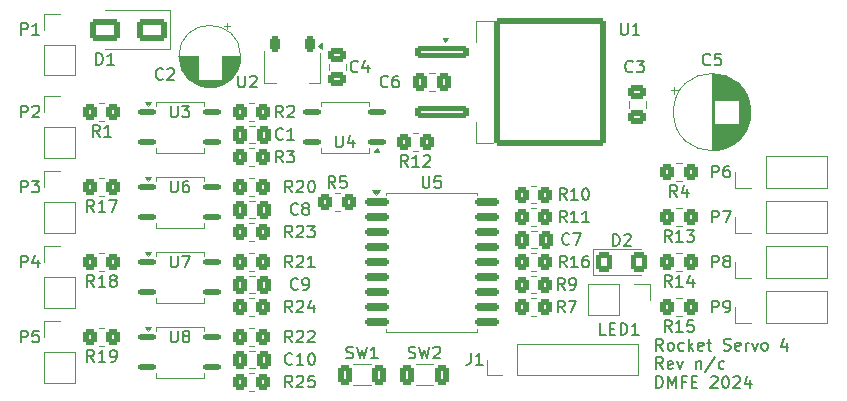
<source format=gto>
G04 #@! TF.GenerationSoftware,KiCad,Pcbnew,8.0.6*
G04 #@! TF.CreationDate,2024-10-31T15:11:46-07:00*
G04 #@! TF.ProjectId,RocketServo,526f636b-6574-4536-9572-766f2e6b6963,n/c*
G04 #@! TF.SameCoordinates,Original*
G04 #@! TF.FileFunction,Legend,Top*
G04 #@! TF.FilePolarity,Positive*
%FSLAX46Y46*%
G04 Gerber Fmt 4.6, Leading zero omitted, Abs format (unit mm)*
G04 Created by KiCad (PCBNEW 8.0.6) date 2024-10-31 15:11:46*
%MOMM*%
%LPD*%
G01*
G04 APERTURE LIST*
G04 Aperture macros list*
%AMRoundRect*
0 Rectangle with rounded corners*
0 $1 Rounding radius*
0 $2 $3 $4 $5 $6 $7 $8 $9 X,Y pos of 4 corners*
0 Add a 4 corners polygon primitive as box body*
4,1,4,$2,$3,$4,$5,$6,$7,$8,$9,$2,$3,0*
0 Add four circle primitives for the rounded corners*
1,1,$1+$1,$2,$3*
1,1,$1+$1,$4,$5*
1,1,$1+$1,$6,$7*
1,1,$1+$1,$8,$9*
0 Add four rect primitives between the rounded corners*
20,1,$1+$1,$2,$3,$4,$5,0*
20,1,$1+$1,$4,$5,$6,$7,0*
20,1,$1+$1,$6,$7,$8,$9,0*
20,1,$1+$1,$8,$9,$2,$3,0*%
%AMFreePoly0*
4,1,9,3.862500,-0.866500,0.737500,-0.866500,0.737500,-0.450000,-0.737500,-0.450000,-0.737500,0.450000,0.737500,0.450000,0.737500,0.866500,3.862500,0.866500,3.862500,-0.866500,3.862500,-0.866500,$1*%
G04 Aperture macros list end*
%ADD10C,0.150000*%
%ADD11C,0.120000*%
%ADD12RoundRect,0.137500X-0.587500X-0.137500X0.587500X-0.137500X0.587500X0.137500X-0.587500X0.137500X0*%
%ADD13RoundRect,0.150000X-0.875000X-0.150000X0.875000X-0.150000X0.875000X0.150000X-0.875000X0.150000X0*%
%ADD14RoundRect,0.137500X0.587500X0.137500X-0.587500X0.137500X-0.587500X-0.137500X0.587500X-0.137500X0*%
%ADD15RoundRect,0.225000X-0.225000X0.425000X-0.225000X-0.425000X0.225000X-0.425000X0.225000X0.425000X0*%
%ADD16FreePoly0,270.000000*%
%ADD17RoundRect,0.250000X-2.050000X-0.300000X2.050000X-0.300000X2.050000X0.300000X-2.050000X0.300000X0*%
%ADD18RoundRect,0.250002X-4.449998X-5.149998X4.449998X-5.149998X4.449998X5.149998X-4.449998X5.149998X0*%
%ADD19RoundRect,0.250000X-0.312500X-0.625000X0.312500X-0.625000X0.312500X0.625000X-0.312500X0.625000X0*%
%ADD20RoundRect,0.250000X-0.350000X-0.450000X0.350000X-0.450000X0.350000X0.450000X-0.350000X0.450000X0*%
%ADD21RoundRect,0.250000X0.350000X0.450000X-0.350000X0.450000X-0.350000X-0.450000X0.350000X-0.450000X0*%
%ADD22R,1.700000X1.700000*%
%ADD23O,1.700000X1.700000*%
%ADD24RoundRect,0.250001X-0.462499X-0.624999X0.462499X-0.624999X0.462499X0.624999X-0.462499X0.624999X0*%
%ADD25RoundRect,0.250000X1.000000X0.650000X-1.000000X0.650000X-1.000000X-0.650000X1.000000X-0.650000X0*%
%ADD26RoundRect,0.250000X0.337500X0.475000X-0.337500X0.475000X-0.337500X-0.475000X0.337500X-0.475000X0*%
%ADD27RoundRect,0.250000X-0.337500X-0.475000X0.337500X-0.475000X0.337500X0.475000X-0.337500X0.475000X0*%
%ADD28R,1.600000X1.600000*%
%ADD29C,1.600000*%
%ADD30RoundRect,0.250000X-0.475000X0.337500X-0.475000X-0.337500X0.475000X-0.337500X0.475000X0.337500X0*%
%ADD31RoundRect,0.250000X0.475000X-0.337500X0.475000X0.337500X-0.475000X0.337500X-0.475000X-0.337500X0*%
G04 APERTURE END LIST*
D10*
X132353207Y-122719875D02*
X132019874Y-122243684D01*
X131781779Y-122719875D02*
X131781779Y-121719875D01*
X131781779Y-121719875D02*
X132162731Y-121719875D01*
X132162731Y-121719875D02*
X132257969Y-121767494D01*
X132257969Y-121767494D02*
X132305588Y-121815113D01*
X132305588Y-121815113D02*
X132353207Y-121910351D01*
X132353207Y-121910351D02*
X132353207Y-122053208D01*
X132353207Y-122053208D02*
X132305588Y-122148446D01*
X132305588Y-122148446D02*
X132257969Y-122196065D01*
X132257969Y-122196065D02*
X132162731Y-122243684D01*
X132162731Y-122243684D02*
X131781779Y-122243684D01*
X133162731Y-122672256D02*
X133067493Y-122719875D01*
X133067493Y-122719875D02*
X132877017Y-122719875D01*
X132877017Y-122719875D02*
X132781779Y-122672256D01*
X132781779Y-122672256D02*
X132734160Y-122577017D01*
X132734160Y-122577017D02*
X132734160Y-122196065D01*
X132734160Y-122196065D02*
X132781779Y-122100827D01*
X132781779Y-122100827D02*
X132877017Y-122053208D01*
X132877017Y-122053208D02*
X133067493Y-122053208D01*
X133067493Y-122053208D02*
X133162731Y-122100827D01*
X133162731Y-122100827D02*
X133210350Y-122196065D01*
X133210350Y-122196065D02*
X133210350Y-122291303D01*
X133210350Y-122291303D02*
X132734160Y-122386541D01*
X133543684Y-122053208D02*
X133781779Y-122719875D01*
X133781779Y-122719875D02*
X134019874Y-122053208D01*
X135162732Y-122053208D02*
X135162732Y-122719875D01*
X135162732Y-122148446D02*
X135210351Y-122100827D01*
X135210351Y-122100827D02*
X135305589Y-122053208D01*
X135305589Y-122053208D02*
X135448446Y-122053208D01*
X135448446Y-122053208D02*
X135543684Y-122100827D01*
X135543684Y-122100827D02*
X135591303Y-122196065D01*
X135591303Y-122196065D02*
X135591303Y-122719875D01*
X136781779Y-121672256D02*
X135924637Y-122957970D01*
X137543684Y-122672256D02*
X137448446Y-122719875D01*
X137448446Y-122719875D02*
X137257970Y-122719875D01*
X137257970Y-122719875D02*
X137162732Y-122672256D01*
X137162732Y-122672256D02*
X137115113Y-122624636D01*
X137115113Y-122624636D02*
X137067494Y-122529398D01*
X137067494Y-122529398D02*
X137067494Y-122243684D01*
X137067494Y-122243684D02*
X137115113Y-122148446D01*
X137115113Y-122148446D02*
X137162732Y-122100827D01*
X137162732Y-122100827D02*
X137257970Y-122053208D01*
X137257970Y-122053208D02*
X137448446Y-122053208D01*
X137448446Y-122053208D02*
X137543684Y-122100827D01*
X131781779Y-124329819D02*
X131781779Y-123329819D01*
X131781779Y-123329819D02*
X132019874Y-123329819D01*
X132019874Y-123329819D02*
X132162731Y-123377438D01*
X132162731Y-123377438D02*
X132257969Y-123472676D01*
X132257969Y-123472676D02*
X132305588Y-123567914D01*
X132305588Y-123567914D02*
X132353207Y-123758390D01*
X132353207Y-123758390D02*
X132353207Y-123901247D01*
X132353207Y-123901247D02*
X132305588Y-124091723D01*
X132305588Y-124091723D02*
X132257969Y-124186961D01*
X132257969Y-124186961D02*
X132162731Y-124282200D01*
X132162731Y-124282200D02*
X132019874Y-124329819D01*
X132019874Y-124329819D02*
X131781779Y-124329819D01*
X132781779Y-124329819D02*
X132781779Y-123329819D01*
X132781779Y-123329819D02*
X133115112Y-124044104D01*
X133115112Y-124044104D02*
X133448445Y-123329819D01*
X133448445Y-123329819D02*
X133448445Y-124329819D01*
X134257969Y-123806009D02*
X133924636Y-123806009D01*
X133924636Y-124329819D02*
X133924636Y-123329819D01*
X133924636Y-123329819D02*
X134400826Y-123329819D01*
X134781779Y-123806009D02*
X135115112Y-123806009D01*
X135257969Y-124329819D02*
X134781779Y-124329819D01*
X134781779Y-124329819D02*
X134781779Y-123329819D01*
X134781779Y-123329819D02*
X135257969Y-123329819D01*
X136400827Y-123425057D02*
X136448446Y-123377438D01*
X136448446Y-123377438D02*
X136543684Y-123329819D01*
X136543684Y-123329819D02*
X136781779Y-123329819D01*
X136781779Y-123329819D02*
X136877017Y-123377438D01*
X136877017Y-123377438D02*
X136924636Y-123425057D01*
X136924636Y-123425057D02*
X136972255Y-123520295D01*
X136972255Y-123520295D02*
X136972255Y-123615533D01*
X136972255Y-123615533D02*
X136924636Y-123758390D01*
X136924636Y-123758390D02*
X136353208Y-124329819D01*
X136353208Y-124329819D02*
X136972255Y-124329819D01*
X137591303Y-123329819D02*
X137686541Y-123329819D01*
X137686541Y-123329819D02*
X137781779Y-123377438D01*
X137781779Y-123377438D02*
X137829398Y-123425057D01*
X137829398Y-123425057D02*
X137877017Y-123520295D01*
X137877017Y-123520295D02*
X137924636Y-123710771D01*
X137924636Y-123710771D02*
X137924636Y-123948866D01*
X137924636Y-123948866D02*
X137877017Y-124139342D01*
X137877017Y-124139342D02*
X137829398Y-124234580D01*
X137829398Y-124234580D02*
X137781779Y-124282200D01*
X137781779Y-124282200D02*
X137686541Y-124329819D01*
X137686541Y-124329819D02*
X137591303Y-124329819D01*
X137591303Y-124329819D02*
X137496065Y-124282200D01*
X137496065Y-124282200D02*
X137448446Y-124234580D01*
X137448446Y-124234580D02*
X137400827Y-124139342D01*
X137400827Y-124139342D02*
X137353208Y-123948866D01*
X137353208Y-123948866D02*
X137353208Y-123710771D01*
X137353208Y-123710771D02*
X137400827Y-123520295D01*
X137400827Y-123520295D02*
X137448446Y-123425057D01*
X137448446Y-123425057D02*
X137496065Y-123377438D01*
X137496065Y-123377438D02*
X137591303Y-123329819D01*
X138305589Y-123425057D02*
X138353208Y-123377438D01*
X138353208Y-123377438D02*
X138448446Y-123329819D01*
X138448446Y-123329819D02*
X138686541Y-123329819D01*
X138686541Y-123329819D02*
X138781779Y-123377438D01*
X138781779Y-123377438D02*
X138829398Y-123425057D01*
X138829398Y-123425057D02*
X138877017Y-123520295D01*
X138877017Y-123520295D02*
X138877017Y-123615533D01*
X138877017Y-123615533D02*
X138829398Y-123758390D01*
X138829398Y-123758390D02*
X138257970Y-124329819D01*
X138257970Y-124329819D02*
X138877017Y-124329819D01*
X139734160Y-123663152D02*
X139734160Y-124329819D01*
X139496065Y-123282200D02*
X139257970Y-123996485D01*
X139257970Y-123996485D02*
X139877017Y-123996485D01*
X132353207Y-121154819D02*
X132019874Y-120678628D01*
X131781779Y-121154819D02*
X131781779Y-120154819D01*
X131781779Y-120154819D02*
X132162731Y-120154819D01*
X132162731Y-120154819D02*
X132257969Y-120202438D01*
X132257969Y-120202438D02*
X132305588Y-120250057D01*
X132305588Y-120250057D02*
X132353207Y-120345295D01*
X132353207Y-120345295D02*
X132353207Y-120488152D01*
X132353207Y-120488152D02*
X132305588Y-120583390D01*
X132305588Y-120583390D02*
X132257969Y-120631009D01*
X132257969Y-120631009D02*
X132162731Y-120678628D01*
X132162731Y-120678628D02*
X131781779Y-120678628D01*
X132924636Y-121154819D02*
X132829398Y-121107200D01*
X132829398Y-121107200D02*
X132781779Y-121059580D01*
X132781779Y-121059580D02*
X132734160Y-120964342D01*
X132734160Y-120964342D02*
X132734160Y-120678628D01*
X132734160Y-120678628D02*
X132781779Y-120583390D01*
X132781779Y-120583390D02*
X132829398Y-120535771D01*
X132829398Y-120535771D02*
X132924636Y-120488152D01*
X132924636Y-120488152D02*
X133067493Y-120488152D01*
X133067493Y-120488152D02*
X133162731Y-120535771D01*
X133162731Y-120535771D02*
X133210350Y-120583390D01*
X133210350Y-120583390D02*
X133257969Y-120678628D01*
X133257969Y-120678628D02*
X133257969Y-120964342D01*
X133257969Y-120964342D02*
X133210350Y-121059580D01*
X133210350Y-121059580D02*
X133162731Y-121107200D01*
X133162731Y-121107200D02*
X133067493Y-121154819D01*
X133067493Y-121154819D02*
X132924636Y-121154819D01*
X134115112Y-121107200D02*
X134019874Y-121154819D01*
X134019874Y-121154819D02*
X133829398Y-121154819D01*
X133829398Y-121154819D02*
X133734160Y-121107200D01*
X133734160Y-121107200D02*
X133686541Y-121059580D01*
X133686541Y-121059580D02*
X133638922Y-120964342D01*
X133638922Y-120964342D02*
X133638922Y-120678628D01*
X133638922Y-120678628D02*
X133686541Y-120583390D01*
X133686541Y-120583390D02*
X133734160Y-120535771D01*
X133734160Y-120535771D02*
X133829398Y-120488152D01*
X133829398Y-120488152D02*
X134019874Y-120488152D01*
X134019874Y-120488152D02*
X134115112Y-120535771D01*
X134543684Y-121154819D02*
X134543684Y-120154819D01*
X134638922Y-120773866D02*
X134924636Y-121154819D01*
X134924636Y-120488152D02*
X134543684Y-120869104D01*
X135734160Y-121107200D02*
X135638922Y-121154819D01*
X135638922Y-121154819D02*
X135448446Y-121154819D01*
X135448446Y-121154819D02*
X135353208Y-121107200D01*
X135353208Y-121107200D02*
X135305589Y-121011961D01*
X135305589Y-121011961D02*
X135305589Y-120631009D01*
X135305589Y-120631009D02*
X135353208Y-120535771D01*
X135353208Y-120535771D02*
X135448446Y-120488152D01*
X135448446Y-120488152D02*
X135638922Y-120488152D01*
X135638922Y-120488152D02*
X135734160Y-120535771D01*
X135734160Y-120535771D02*
X135781779Y-120631009D01*
X135781779Y-120631009D02*
X135781779Y-120726247D01*
X135781779Y-120726247D02*
X135305589Y-120821485D01*
X136067494Y-120488152D02*
X136448446Y-120488152D01*
X136210351Y-120154819D02*
X136210351Y-121011961D01*
X136210351Y-121011961D02*
X136257970Y-121107200D01*
X136257970Y-121107200D02*
X136353208Y-121154819D01*
X136353208Y-121154819D02*
X136448446Y-121154819D01*
X137496066Y-121107200D02*
X137638923Y-121154819D01*
X137638923Y-121154819D02*
X137877018Y-121154819D01*
X137877018Y-121154819D02*
X137972256Y-121107200D01*
X137972256Y-121107200D02*
X138019875Y-121059580D01*
X138019875Y-121059580D02*
X138067494Y-120964342D01*
X138067494Y-120964342D02*
X138067494Y-120869104D01*
X138067494Y-120869104D02*
X138019875Y-120773866D01*
X138019875Y-120773866D02*
X137972256Y-120726247D01*
X137972256Y-120726247D02*
X137877018Y-120678628D01*
X137877018Y-120678628D02*
X137686542Y-120631009D01*
X137686542Y-120631009D02*
X137591304Y-120583390D01*
X137591304Y-120583390D02*
X137543685Y-120535771D01*
X137543685Y-120535771D02*
X137496066Y-120440533D01*
X137496066Y-120440533D02*
X137496066Y-120345295D01*
X137496066Y-120345295D02*
X137543685Y-120250057D01*
X137543685Y-120250057D02*
X137591304Y-120202438D01*
X137591304Y-120202438D02*
X137686542Y-120154819D01*
X137686542Y-120154819D02*
X137924637Y-120154819D01*
X137924637Y-120154819D02*
X138067494Y-120202438D01*
X138877018Y-121107200D02*
X138781780Y-121154819D01*
X138781780Y-121154819D02*
X138591304Y-121154819D01*
X138591304Y-121154819D02*
X138496066Y-121107200D01*
X138496066Y-121107200D02*
X138448447Y-121011961D01*
X138448447Y-121011961D02*
X138448447Y-120631009D01*
X138448447Y-120631009D02*
X138496066Y-120535771D01*
X138496066Y-120535771D02*
X138591304Y-120488152D01*
X138591304Y-120488152D02*
X138781780Y-120488152D01*
X138781780Y-120488152D02*
X138877018Y-120535771D01*
X138877018Y-120535771D02*
X138924637Y-120631009D01*
X138924637Y-120631009D02*
X138924637Y-120726247D01*
X138924637Y-120726247D02*
X138448447Y-120821485D01*
X139353209Y-121154819D02*
X139353209Y-120488152D01*
X139353209Y-120678628D02*
X139400828Y-120583390D01*
X139400828Y-120583390D02*
X139448447Y-120535771D01*
X139448447Y-120535771D02*
X139543685Y-120488152D01*
X139543685Y-120488152D02*
X139638923Y-120488152D01*
X139877019Y-120488152D02*
X140115114Y-121154819D01*
X140115114Y-121154819D02*
X140353209Y-120488152D01*
X140877019Y-121154819D02*
X140781781Y-121107200D01*
X140781781Y-121107200D02*
X140734162Y-121059580D01*
X140734162Y-121059580D02*
X140686543Y-120964342D01*
X140686543Y-120964342D02*
X140686543Y-120678628D01*
X140686543Y-120678628D02*
X140734162Y-120583390D01*
X140734162Y-120583390D02*
X140781781Y-120535771D01*
X140781781Y-120535771D02*
X140877019Y-120488152D01*
X140877019Y-120488152D02*
X141019876Y-120488152D01*
X141019876Y-120488152D02*
X141115114Y-120535771D01*
X141115114Y-120535771D02*
X141162733Y-120583390D01*
X141162733Y-120583390D02*
X141210352Y-120678628D01*
X141210352Y-120678628D02*
X141210352Y-120964342D01*
X141210352Y-120964342D02*
X141162733Y-121059580D01*
X141162733Y-121059580D02*
X141115114Y-121107200D01*
X141115114Y-121107200D02*
X141019876Y-121154819D01*
X141019876Y-121154819D02*
X140877019Y-121154819D01*
X142829400Y-120488152D02*
X142829400Y-121154819D01*
X142591305Y-120107200D02*
X142353210Y-120821485D01*
X142353210Y-120821485D02*
X142972257Y-120821485D01*
X90678095Y-119469819D02*
X90678095Y-120279342D01*
X90678095Y-120279342D02*
X90725714Y-120374580D01*
X90725714Y-120374580D02*
X90773333Y-120422200D01*
X90773333Y-120422200D02*
X90868571Y-120469819D01*
X90868571Y-120469819D02*
X91059047Y-120469819D01*
X91059047Y-120469819D02*
X91154285Y-120422200D01*
X91154285Y-120422200D02*
X91201904Y-120374580D01*
X91201904Y-120374580D02*
X91249523Y-120279342D01*
X91249523Y-120279342D02*
X91249523Y-119469819D01*
X91868571Y-119898390D02*
X91773333Y-119850771D01*
X91773333Y-119850771D02*
X91725714Y-119803152D01*
X91725714Y-119803152D02*
X91678095Y-119707914D01*
X91678095Y-119707914D02*
X91678095Y-119660295D01*
X91678095Y-119660295D02*
X91725714Y-119565057D01*
X91725714Y-119565057D02*
X91773333Y-119517438D01*
X91773333Y-119517438D02*
X91868571Y-119469819D01*
X91868571Y-119469819D02*
X92059047Y-119469819D01*
X92059047Y-119469819D02*
X92154285Y-119517438D01*
X92154285Y-119517438D02*
X92201904Y-119565057D01*
X92201904Y-119565057D02*
X92249523Y-119660295D01*
X92249523Y-119660295D02*
X92249523Y-119707914D01*
X92249523Y-119707914D02*
X92201904Y-119803152D01*
X92201904Y-119803152D02*
X92154285Y-119850771D01*
X92154285Y-119850771D02*
X92059047Y-119898390D01*
X92059047Y-119898390D02*
X91868571Y-119898390D01*
X91868571Y-119898390D02*
X91773333Y-119946009D01*
X91773333Y-119946009D02*
X91725714Y-119993628D01*
X91725714Y-119993628D02*
X91678095Y-120088866D01*
X91678095Y-120088866D02*
X91678095Y-120279342D01*
X91678095Y-120279342D02*
X91725714Y-120374580D01*
X91725714Y-120374580D02*
X91773333Y-120422200D01*
X91773333Y-120422200D02*
X91868571Y-120469819D01*
X91868571Y-120469819D02*
X92059047Y-120469819D01*
X92059047Y-120469819D02*
X92154285Y-120422200D01*
X92154285Y-120422200D02*
X92201904Y-120374580D01*
X92201904Y-120374580D02*
X92249523Y-120279342D01*
X92249523Y-120279342D02*
X92249523Y-120088866D01*
X92249523Y-120088866D02*
X92201904Y-119993628D01*
X92201904Y-119993628D02*
X92154285Y-119946009D01*
X92154285Y-119946009D02*
X92059047Y-119898390D01*
X90678095Y-113119819D02*
X90678095Y-113929342D01*
X90678095Y-113929342D02*
X90725714Y-114024580D01*
X90725714Y-114024580D02*
X90773333Y-114072200D01*
X90773333Y-114072200D02*
X90868571Y-114119819D01*
X90868571Y-114119819D02*
X91059047Y-114119819D01*
X91059047Y-114119819D02*
X91154285Y-114072200D01*
X91154285Y-114072200D02*
X91201904Y-114024580D01*
X91201904Y-114024580D02*
X91249523Y-113929342D01*
X91249523Y-113929342D02*
X91249523Y-113119819D01*
X91630476Y-113119819D02*
X92297142Y-113119819D01*
X92297142Y-113119819D02*
X91868571Y-114119819D01*
X90678095Y-106769819D02*
X90678095Y-107579342D01*
X90678095Y-107579342D02*
X90725714Y-107674580D01*
X90725714Y-107674580D02*
X90773333Y-107722200D01*
X90773333Y-107722200D02*
X90868571Y-107769819D01*
X90868571Y-107769819D02*
X91059047Y-107769819D01*
X91059047Y-107769819D02*
X91154285Y-107722200D01*
X91154285Y-107722200D02*
X91201904Y-107674580D01*
X91201904Y-107674580D02*
X91249523Y-107579342D01*
X91249523Y-107579342D02*
X91249523Y-106769819D01*
X92154285Y-106769819D02*
X91963809Y-106769819D01*
X91963809Y-106769819D02*
X91868571Y-106817438D01*
X91868571Y-106817438D02*
X91820952Y-106865057D01*
X91820952Y-106865057D02*
X91725714Y-107007914D01*
X91725714Y-107007914D02*
X91678095Y-107198390D01*
X91678095Y-107198390D02*
X91678095Y-107579342D01*
X91678095Y-107579342D02*
X91725714Y-107674580D01*
X91725714Y-107674580D02*
X91773333Y-107722200D01*
X91773333Y-107722200D02*
X91868571Y-107769819D01*
X91868571Y-107769819D02*
X92059047Y-107769819D01*
X92059047Y-107769819D02*
X92154285Y-107722200D01*
X92154285Y-107722200D02*
X92201904Y-107674580D01*
X92201904Y-107674580D02*
X92249523Y-107579342D01*
X92249523Y-107579342D02*
X92249523Y-107341247D01*
X92249523Y-107341247D02*
X92201904Y-107246009D01*
X92201904Y-107246009D02*
X92154285Y-107198390D01*
X92154285Y-107198390D02*
X92059047Y-107150771D01*
X92059047Y-107150771D02*
X91868571Y-107150771D01*
X91868571Y-107150771D02*
X91773333Y-107198390D01*
X91773333Y-107198390D02*
X91725714Y-107246009D01*
X91725714Y-107246009D02*
X91678095Y-107341247D01*
X111998095Y-106399819D02*
X111998095Y-107209342D01*
X111998095Y-107209342D02*
X112045714Y-107304580D01*
X112045714Y-107304580D02*
X112093333Y-107352200D01*
X112093333Y-107352200D02*
X112188571Y-107399819D01*
X112188571Y-107399819D02*
X112379047Y-107399819D01*
X112379047Y-107399819D02*
X112474285Y-107352200D01*
X112474285Y-107352200D02*
X112521904Y-107304580D01*
X112521904Y-107304580D02*
X112569523Y-107209342D01*
X112569523Y-107209342D02*
X112569523Y-106399819D01*
X113521904Y-106399819D02*
X113045714Y-106399819D01*
X113045714Y-106399819D02*
X112998095Y-106876009D01*
X112998095Y-106876009D02*
X113045714Y-106828390D01*
X113045714Y-106828390D02*
X113140952Y-106780771D01*
X113140952Y-106780771D02*
X113379047Y-106780771D01*
X113379047Y-106780771D02*
X113474285Y-106828390D01*
X113474285Y-106828390D02*
X113521904Y-106876009D01*
X113521904Y-106876009D02*
X113569523Y-106971247D01*
X113569523Y-106971247D02*
X113569523Y-107209342D01*
X113569523Y-107209342D02*
X113521904Y-107304580D01*
X113521904Y-107304580D02*
X113474285Y-107352200D01*
X113474285Y-107352200D02*
X113379047Y-107399819D01*
X113379047Y-107399819D02*
X113140952Y-107399819D01*
X113140952Y-107399819D02*
X113045714Y-107352200D01*
X113045714Y-107352200D02*
X112998095Y-107304580D01*
X104648095Y-102959819D02*
X104648095Y-103769342D01*
X104648095Y-103769342D02*
X104695714Y-103864580D01*
X104695714Y-103864580D02*
X104743333Y-103912200D01*
X104743333Y-103912200D02*
X104838571Y-103959819D01*
X104838571Y-103959819D02*
X105029047Y-103959819D01*
X105029047Y-103959819D02*
X105124285Y-103912200D01*
X105124285Y-103912200D02*
X105171904Y-103864580D01*
X105171904Y-103864580D02*
X105219523Y-103769342D01*
X105219523Y-103769342D02*
X105219523Y-102959819D01*
X106124285Y-103293152D02*
X106124285Y-103959819D01*
X105886190Y-102912200D02*
X105648095Y-103626485D01*
X105648095Y-103626485D02*
X106267142Y-103626485D01*
X90678095Y-100419819D02*
X90678095Y-101229342D01*
X90678095Y-101229342D02*
X90725714Y-101324580D01*
X90725714Y-101324580D02*
X90773333Y-101372200D01*
X90773333Y-101372200D02*
X90868571Y-101419819D01*
X90868571Y-101419819D02*
X91059047Y-101419819D01*
X91059047Y-101419819D02*
X91154285Y-101372200D01*
X91154285Y-101372200D02*
X91201904Y-101324580D01*
X91201904Y-101324580D02*
X91249523Y-101229342D01*
X91249523Y-101229342D02*
X91249523Y-100419819D01*
X91630476Y-100419819D02*
X92249523Y-100419819D01*
X92249523Y-100419819D02*
X91916190Y-100800771D01*
X91916190Y-100800771D02*
X92059047Y-100800771D01*
X92059047Y-100800771D02*
X92154285Y-100848390D01*
X92154285Y-100848390D02*
X92201904Y-100896009D01*
X92201904Y-100896009D02*
X92249523Y-100991247D01*
X92249523Y-100991247D02*
X92249523Y-101229342D01*
X92249523Y-101229342D02*
X92201904Y-101324580D01*
X92201904Y-101324580D02*
X92154285Y-101372200D01*
X92154285Y-101372200D02*
X92059047Y-101419819D01*
X92059047Y-101419819D02*
X91773333Y-101419819D01*
X91773333Y-101419819D02*
X91678095Y-101372200D01*
X91678095Y-101372200D02*
X91630476Y-101324580D01*
X96393095Y-97879819D02*
X96393095Y-98689342D01*
X96393095Y-98689342D02*
X96440714Y-98784580D01*
X96440714Y-98784580D02*
X96488333Y-98832200D01*
X96488333Y-98832200D02*
X96583571Y-98879819D01*
X96583571Y-98879819D02*
X96774047Y-98879819D01*
X96774047Y-98879819D02*
X96869285Y-98832200D01*
X96869285Y-98832200D02*
X96916904Y-98784580D01*
X96916904Y-98784580D02*
X96964523Y-98689342D01*
X96964523Y-98689342D02*
X96964523Y-97879819D01*
X97393095Y-97975057D02*
X97440714Y-97927438D01*
X97440714Y-97927438D02*
X97535952Y-97879819D01*
X97535952Y-97879819D02*
X97774047Y-97879819D01*
X97774047Y-97879819D02*
X97869285Y-97927438D01*
X97869285Y-97927438D02*
X97916904Y-97975057D01*
X97916904Y-97975057D02*
X97964523Y-98070295D01*
X97964523Y-98070295D02*
X97964523Y-98165533D01*
X97964523Y-98165533D02*
X97916904Y-98308390D01*
X97916904Y-98308390D02*
X97345476Y-98879819D01*
X97345476Y-98879819D02*
X97964523Y-98879819D01*
X128778095Y-93434819D02*
X128778095Y-94244342D01*
X128778095Y-94244342D02*
X128825714Y-94339580D01*
X128825714Y-94339580D02*
X128873333Y-94387200D01*
X128873333Y-94387200D02*
X128968571Y-94434819D01*
X128968571Y-94434819D02*
X129159047Y-94434819D01*
X129159047Y-94434819D02*
X129254285Y-94387200D01*
X129254285Y-94387200D02*
X129301904Y-94339580D01*
X129301904Y-94339580D02*
X129349523Y-94244342D01*
X129349523Y-94244342D02*
X129349523Y-93434819D01*
X130349523Y-94434819D02*
X129778095Y-94434819D01*
X130063809Y-94434819D02*
X130063809Y-93434819D01*
X130063809Y-93434819D02*
X129968571Y-93577676D01*
X129968571Y-93577676D02*
X129873333Y-93672914D01*
X129873333Y-93672914D02*
X129778095Y-93720533D01*
X110811667Y-121777200D02*
X110954524Y-121824819D01*
X110954524Y-121824819D02*
X111192619Y-121824819D01*
X111192619Y-121824819D02*
X111287857Y-121777200D01*
X111287857Y-121777200D02*
X111335476Y-121729580D01*
X111335476Y-121729580D02*
X111383095Y-121634342D01*
X111383095Y-121634342D02*
X111383095Y-121539104D01*
X111383095Y-121539104D02*
X111335476Y-121443866D01*
X111335476Y-121443866D02*
X111287857Y-121396247D01*
X111287857Y-121396247D02*
X111192619Y-121348628D01*
X111192619Y-121348628D02*
X111002143Y-121301009D01*
X111002143Y-121301009D02*
X110906905Y-121253390D01*
X110906905Y-121253390D02*
X110859286Y-121205771D01*
X110859286Y-121205771D02*
X110811667Y-121110533D01*
X110811667Y-121110533D02*
X110811667Y-121015295D01*
X110811667Y-121015295D02*
X110859286Y-120920057D01*
X110859286Y-120920057D02*
X110906905Y-120872438D01*
X110906905Y-120872438D02*
X111002143Y-120824819D01*
X111002143Y-120824819D02*
X111240238Y-120824819D01*
X111240238Y-120824819D02*
X111383095Y-120872438D01*
X111716429Y-120824819D02*
X111954524Y-121824819D01*
X111954524Y-121824819D02*
X112145000Y-121110533D01*
X112145000Y-121110533D02*
X112335476Y-121824819D01*
X112335476Y-121824819D02*
X112573572Y-120824819D01*
X112906905Y-120920057D02*
X112954524Y-120872438D01*
X112954524Y-120872438D02*
X113049762Y-120824819D01*
X113049762Y-120824819D02*
X113287857Y-120824819D01*
X113287857Y-120824819D02*
X113383095Y-120872438D01*
X113383095Y-120872438D02*
X113430714Y-120920057D01*
X113430714Y-120920057D02*
X113478333Y-121015295D01*
X113478333Y-121015295D02*
X113478333Y-121110533D01*
X113478333Y-121110533D02*
X113430714Y-121253390D01*
X113430714Y-121253390D02*
X112859286Y-121824819D01*
X112859286Y-121824819D02*
X113478333Y-121824819D01*
X105539167Y-121777200D02*
X105682024Y-121824819D01*
X105682024Y-121824819D02*
X105920119Y-121824819D01*
X105920119Y-121824819D02*
X106015357Y-121777200D01*
X106015357Y-121777200D02*
X106062976Y-121729580D01*
X106062976Y-121729580D02*
X106110595Y-121634342D01*
X106110595Y-121634342D02*
X106110595Y-121539104D01*
X106110595Y-121539104D02*
X106062976Y-121443866D01*
X106062976Y-121443866D02*
X106015357Y-121396247D01*
X106015357Y-121396247D02*
X105920119Y-121348628D01*
X105920119Y-121348628D02*
X105729643Y-121301009D01*
X105729643Y-121301009D02*
X105634405Y-121253390D01*
X105634405Y-121253390D02*
X105586786Y-121205771D01*
X105586786Y-121205771D02*
X105539167Y-121110533D01*
X105539167Y-121110533D02*
X105539167Y-121015295D01*
X105539167Y-121015295D02*
X105586786Y-120920057D01*
X105586786Y-120920057D02*
X105634405Y-120872438D01*
X105634405Y-120872438D02*
X105729643Y-120824819D01*
X105729643Y-120824819D02*
X105967738Y-120824819D01*
X105967738Y-120824819D02*
X106110595Y-120872438D01*
X106443929Y-120824819D02*
X106682024Y-121824819D01*
X106682024Y-121824819D02*
X106872500Y-121110533D01*
X106872500Y-121110533D02*
X107062976Y-121824819D01*
X107062976Y-121824819D02*
X107301072Y-120824819D01*
X108205833Y-121824819D02*
X107634405Y-121824819D01*
X107920119Y-121824819D02*
X107920119Y-120824819D01*
X107920119Y-120824819D02*
X107824881Y-120967676D01*
X107824881Y-120967676D02*
X107729643Y-121062914D01*
X107729643Y-121062914D02*
X107634405Y-121110533D01*
X100957142Y-124279819D02*
X100623809Y-123803628D01*
X100385714Y-124279819D02*
X100385714Y-123279819D01*
X100385714Y-123279819D02*
X100766666Y-123279819D01*
X100766666Y-123279819D02*
X100861904Y-123327438D01*
X100861904Y-123327438D02*
X100909523Y-123375057D01*
X100909523Y-123375057D02*
X100957142Y-123470295D01*
X100957142Y-123470295D02*
X100957142Y-123613152D01*
X100957142Y-123613152D02*
X100909523Y-123708390D01*
X100909523Y-123708390D02*
X100861904Y-123756009D01*
X100861904Y-123756009D02*
X100766666Y-123803628D01*
X100766666Y-123803628D02*
X100385714Y-123803628D01*
X101338095Y-123375057D02*
X101385714Y-123327438D01*
X101385714Y-123327438D02*
X101480952Y-123279819D01*
X101480952Y-123279819D02*
X101719047Y-123279819D01*
X101719047Y-123279819D02*
X101814285Y-123327438D01*
X101814285Y-123327438D02*
X101861904Y-123375057D01*
X101861904Y-123375057D02*
X101909523Y-123470295D01*
X101909523Y-123470295D02*
X101909523Y-123565533D01*
X101909523Y-123565533D02*
X101861904Y-123708390D01*
X101861904Y-123708390D02*
X101290476Y-124279819D01*
X101290476Y-124279819D02*
X101909523Y-124279819D01*
X102814285Y-123279819D02*
X102338095Y-123279819D01*
X102338095Y-123279819D02*
X102290476Y-123756009D01*
X102290476Y-123756009D02*
X102338095Y-123708390D01*
X102338095Y-123708390D02*
X102433333Y-123660771D01*
X102433333Y-123660771D02*
X102671428Y-123660771D01*
X102671428Y-123660771D02*
X102766666Y-123708390D01*
X102766666Y-123708390D02*
X102814285Y-123756009D01*
X102814285Y-123756009D02*
X102861904Y-123851247D01*
X102861904Y-123851247D02*
X102861904Y-124089342D01*
X102861904Y-124089342D02*
X102814285Y-124184580D01*
X102814285Y-124184580D02*
X102766666Y-124232200D01*
X102766666Y-124232200D02*
X102671428Y-124279819D01*
X102671428Y-124279819D02*
X102433333Y-124279819D01*
X102433333Y-124279819D02*
X102338095Y-124232200D01*
X102338095Y-124232200D02*
X102290476Y-124184580D01*
X100957142Y-117929819D02*
X100623809Y-117453628D01*
X100385714Y-117929819D02*
X100385714Y-116929819D01*
X100385714Y-116929819D02*
X100766666Y-116929819D01*
X100766666Y-116929819D02*
X100861904Y-116977438D01*
X100861904Y-116977438D02*
X100909523Y-117025057D01*
X100909523Y-117025057D02*
X100957142Y-117120295D01*
X100957142Y-117120295D02*
X100957142Y-117263152D01*
X100957142Y-117263152D02*
X100909523Y-117358390D01*
X100909523Y-117358390D02*
X100861904Y-117406009D01*
X100861904Y-117406009D02*
X100766666Y-117453628D01*
X100766666Y-117453628D02*
X100385714Y-117453628D01*
X101338095Y-117025057D02*
X101385714Y-116977438D01*
X101385714Y-116977438D02*
X101480952Y-116929819D01*
X101480952Y-116929819D02*
X101719047Y-116929819D01*
X101719047Y-116929819D02*
X101814285Y-116977438D01*
X101814285Y-116977438D02*
X101861904Y-117025057D01*
X101861904Y-117025057D02*
X101909523Y-117120295D01*
X101909523Y-117120295D02*
X101909523Y-117215533D01*
X101909523Y-117215533D02*
X101861904Y-117358390D01*
X101861904Y-117358390D02*
X101290476Y-117929819D01*
X101290476Y-117929819D02*
X101909523Y-117929819D01*
X102766666Y-117263152D02*
X102766666Y-117929819D01*
X102528571Y-116882200D02*
X102290476Y-117596485D01*
X102290476Y-117596485D02*
X102909523Y-117596485D01*
X100957142Y-111579819D02*
X100623809Y-111103628D01*
X100385714Y-111579819D02*
X100385714Y-110579819D01*
X100385714Y-110579819D02*
X100766666Y-110579819D01*
X100766666Y-110579819D02*
X100861904Y-110627438D01*
X100861904Y-110627438D02*
X100909523Y-110675057D01*
X100909523Y-110675057D02*
X100957142Y-110770295D01*
X100957142Y-110770295D02*
X100957142Y-110913152D01*
X100957142Y-110913152D02*
X100909523Y-111008390D01*
X100909523Y-111008390D02*
X100861904Y-111056009D01*
X100861904Y-111056009D02*
X100766666Y-111103628D01*
X100766666Y-111103628D02*
X100385714Y-111103628D01*
X101338095Y-110675057D02*
X101385714Y-110627438D01*
X101385714Y-110627438D02*
X101480952Y-110579819D01*
X101480952Y-110579819D02*
X101719047Y-110579819D01*
X101719047Y-110579819D02*
X101814285Y-110627438D01*
X101814285Y-110627438D02*
X101861904Y-110675057D01*
X101861904Y-110675057D02*
X101909523Y-110770295D01*
X101909523Y-110770295D02*
X101909523Y-110865533D01*
X101909523Y-110865533D02*
X101861904Y-111008390D01*
X101861904Y-111008390D02*
X101290476Y-111579819D01*
X101290476Y-111579819D02*
X101909523Y-111579819D01*
X102242857Y-110579819D02*
X102861904Y-110579819D01*
X102861904Y-110579819D02*
X102528571Y-110960771D01*
X102528571Y-110960771D02*
X102671428Y-110960771D01*
X102671428Y-110960771D02*
X102766666Y-111008390D01*
X102766666Y-111008390D02*
X102814285Y-111056009D01*
X102814285Y-111056009D02*
X102861904Y-111151247D01*
X102861904Y-111151247D02*
X102861904Y-111389342D01*
X102861904Y-111389342D02*
X102814285Y-111484580D01*
X102814285Y-111484580D02*
X102766666Y-111532200D01*
X102766666Y-111532200D02*
X102671428Y-111579819D01*
X102671428Y-111579819D02*
X102385714Y-111579819D01*
X102385714Y-111579819D02*
X102290476Y-111532200D01*
X102290476Y-111532200D02*
X102242857Y-111484580D01*
X100957142Y-120469819D02*
X100623809Y-119993628D01*
X100385714Y-120469819D02*
X100385714Y-119469819D01*
X100385714Y-119469819D02*
X100766666Y-119469819D01*
X100766666Y-119469819D02*
X100861904Y-119517438D01*
X100861904Y-119517438D02*
X100909523Y-119565057D01*
X100909523Y-119565057D02*
X100957142Y-119660295D01*
X100957142Y-119660295D02*
X100957142Y-119803152D01*
X100957142Y-119803152D02*
X100909523Y-119898390D01*
X100909523Y-119898390D02*
X100861904Y-119946009D01*
X100861904Y-119946009D02*
X100766666Y-119993628D01*
X100766666Y-119993628D02*
X100385714Y-119993628D01*
X101338095Y-119565057D02*
X101385714Y-119517438D01*
X101385714Y-119517438D02*
X101480952Y-119469819D01*
X101480952Y-119469819D02*
X101719047Y-119469819D01*
X101719047Y-119469819D02*
X101814285Y-119517438D01*
X101814285Y-119517438D02*
X101861904Y-119565057D01*
X101861904Y-119565057D02*
X101909523Y-119660295D01*
X101909523Y-119660295D02*
X101909523Y-119755533D01*
X101909523Y-119755533D02*
X101861904Y-119898390D01*
X101861904Y-119898390D02*
X101290476Y-120469819D01*
X101290476Y-120469819D02*
X101909523Y-120469819D01*
X102290476Y-119565057D02*
X102338095Y-119517438D01*
X102338095Y-119517438D02*
X102433333Y-119469819D01*
X102433333Y-119469819D02*
X102671428Y-119469819D01*
X102671428Y-119469819D02*
X102766666Y-119517438D01*
X102766666Y-119517438D02*
X102814285Y-119565057D01*
X102814285Y-119565057D02*
X102861904Y-119660295D01*
X102861904Y-119660295D02*
X102861904Y-119755533D01*
X102861904Y-119755533D02*
X102814285Y-119898390D01*
X102814285Y-119898390D02*
X102242857Y-120469819D01*
X102242857Y-120469819D02*
X102861904Y-120469819D01*
X100957142Y-114119819D02*
X100623809Y-113643628D01*
X100385714Y-114119819D02*
X100385714Y-113119819D01*
X100385714Y-113119819D02*
X100766666Y-113119819D01*
X100766666Y-113119819D02*
X100861904Y-113167438D01*
X100861904Y-113167438D02*
X100909523Y-113215057D01*
X100909523Y-113215057D02*
X100957142Y-113310295D01*
X100957142Y-113310295D02*
X100957142Y-113453152D01*
X100957142Y-113453152D02*
X100909523Y-113548390D01*
X100909523Y-113548390D02*
X100861904Y-113596009D01*
X100861904Y-113596009D02*
X100766666Y-113643628D01*
X100766666Y-113643628D02*
X100385714Y-113643628D01*
X101338095Y-113215057D02*
X101385714Y-113167438D01*
X101385714Y-113167438D02*
X101480952Y-113119819D01*
X101480952Y-113119819D02*
X101719047Y-113119819D01*
X101719047Y-113119819D02*
X101814285Y-113167438D01*
X101814285Y-113167438D02*
X101861904Y-113215057D01*
X101861904Y-113215057D02*
X101909523Y-113310295D01*
X101909523Y-113310295D02*
X101909523Y-113405533D01*
X101909523Y-113405533D02*
X101861904Y-113548390D01*
X101861904Y-113548390D02*
X101290476Y-114119819D01*
X101290476Y-114119819D02*
X101909523Y-114119819D01*
X102861904Y-114119819D02*
X102290476Y-114119819D01*
X102576190Y-114119819D02*
X102576190Y-113119819D01*
X102576190Y-113119819D02*
X102480952Y-113262676D01*
X102480952Y-113262676D02*
X102385714Y-113357914D01*
X102385714Y-113357914D02*
X102290476Y-113405533D01*
X100957142Y-107769819D02*
X100623809Y-107293628D01*
X100385714Y-107769819D02*
X100385714Y-106769819D01*
X100385714Y-106769819D02*
X100766666Y-106769819D01*
X100766666Y-106769819D02*
X100861904Y-106817438D01*
X100861904Y-106817438D02*
X100909523Y-106865057D01*
X100909523Y-106865057D02*
X100957142Y-106960295D01*
X100957142Y-106960295D02*
X100957142Y-107103152D01*
X100957142Y-107103152D02*
X100909523Y-107198390D01*
X100909523Y-107198390D02*
X100861904Y-107246009D01*
X100861904Y-107246009D02*
X100766666Y-107293628D01*
X100766666Y-107293628D02*
X100385714Y-107293628D01*
X101338095Y-106865057D02*
X101385714Y-106817438D01*
X101385714Y-106817438D02*
X101480952Y-106769819D01*
X101480952Y-106769819D02*
X101719047Y-106769819D01*
X101719047Y-106769819D02*
X101814285Y-106817438D01*
X101814285Y-106817438D02*
X101861904Y-106865057D01*
X101861904Y-106865057D02*
X101909523Y-106960295D01*
X101909523Y-106960295D02*
X101909523Y-107055533D01*
X101909523Y-107055533D02*
X101861904Y-107198390D01*
X101861904Y-107198390D02*
X101290476Y-107769819D01*
X101290476Y-107769819D02*
X101909523Y-107769819D01*
X102528571Y-106769819D02*
X102623809Y-106769819D01*
X102623809Y-106769819D02*
X102719047Y-106817438D01*
X102719047Y-106817438D02*
X102766666Y-106865057D01*
X102766666Y-106865057D02*
X102814285Y-106960295D01*
X102814285Y-106960295D02*
X102861904Y-107150771D01*
X102861904Y-107150771D02*
X102861904Y-107388866D01*
X102861904Y-107388866D02*
X102814285Y-107579342D01*
X102814285Y-107579342D02*
X102766666Y-107674580D01*
X102766666Y-107674580D02*
X102719047Y-107722200D01*
X102719047Y-107722200D02*
X102623809Y-107769819D01*
X102623809Y-107769819D02*
X102528571Y-107769819D01*
X102528571Y-107769819D02*
X102433333Y-107722200D01*
X102433333Y-107722200D02*
X102385714Y-107674580D01*
X102385714Y-107674580D02*
X102338095Y-107579342D01*
X102338095Y-107579342D02*
X102290476Y-107388866D01*
X102290476Y-107388866D02*
X102290476Y-107150771D01*
X102290476Y-107150771D02*
X102338095Y-106960295D01*
X102338095Y-106960295D02*
X102385714Y-106865057D01*
X102385714Y-106865057D02*
X102433333Y-106817438D01*
X102433333Y-106817438D02*
X102528571Y-106769819D01*
X84177142Y-122119819D02*
X83843809Y-121643628D01*
X83605714Y-122119819D02*
X83605714Y-121119819D01*
X83605714Y-121119819D02*
X83986666Y-121119819D01*
X83986666Y-121119819D02*
X84081904Y-121167438D01*
X84081904Y-121167438D02*
X84129523Y-121215057D01*
X84129523Y-121215057D02*
X84177142Y-121310295D01*
X84177142Y-121310295D02*
X84177142Y-121453152D01*
X84177142Y-121453152D02*
X84129523Y-121548390D01*
X84129523Y-121548390D02*
X84081904Y-121596009D01*
X84081904Y-121596009D02*
X83986666Y-121643628D01*
X83986666Y-121643628D02*
X83605714Y-121643628D01*
X85129523Y-122119819D02*
X84558095Y-122119819D01*
X84843809Y-122119819D02*
X84843809Y-121119819D01*
X84843809Y-121119819D02*
X84748571Y-121262676D01*
X84748571Y-121262676D02*
X84653333Y-121357914D01*
X84653333Y-121357914D02*
X84558095Y-121405533D01*
X85605714Y-122119819D02*
X85796190Y-122119819D01*
X85796190Y-122119819D02*
X85891428Y-122072200D01*
X85891428Y-122072200D02*
X85939047Y-122024580D01*
X85939047Y-122024580D02*
X86034285Y-121881723D01*
X86034285Y-121881723D02*
X86081904Y-121691247D01*
X86081904Y-121691247D02*
X86081904Y-121310295D01*
X86081904Y-121310295D02*
X86034285Y-121215057D01*
X86034285Y-121215057D02*
X85986666Y-121167438D01*
X85986666Y-121167438D02*
X85891428Y-121119819D01*
X85891428Y-121119819D02*
X85700952Y-121119819D01*
X85700952Y-121119819D02*
X85605714Y-121167438D01*
X85605714Y-121167438D02*
X85558095Y-121215057D01*
X85558095Y-121215057D02*
X85510476Y-121310295D01*
X85510476Y-121310295D02*
X85510476Y-121548390D01*
X85510476Y-121548390D02*
X85558095Y-121643628D01*
X85558095Y-121643628D02*
X85605714Y-121691247D01*
X85605714Y-121691247D02*
X85700952Y-121738866D01*
X85700952Y-121738866D02*
X85891428Y-121738866D01*
X85891428Y-121738866D02*
X85986666Y-121691247D01*
X85986666Y-121691247D02*
X86034285Y-121643628D01*
X86034285Y-121643628D02*
X86081904Y-121548390D01*
X84177142Y-115769819D02*
X83843809Y-115293628D01*
X83605714Y-115769819D02*
X83605714Y-114769819D01*
X83605714Y-114769819D02*
X83986666Y-114769819D01*
X83986666Y-114769819D02*
X84081904Y-114817438D01*
X84081904Y-114817438D02*
X84129523Y-114865057D01*
X84129523Y-114865057D02*
X84177142Y-114960295D01*
X84177142Y-114960295D02*
X84177142Y-115103152D01*
X84177142Y-115103152D02*
X84129523Y-115198390D01*
X84129523Y-115198390D02*
X84081904Y-115246009D01*
X84081904Y-115246009D02*
X83986666Y-115293628D01*
X83986666Y-115293628D02*
X83605714Y-115293628D01*
X85129523Y-115769819D02*
X84558095Y-115769819D01*
X84843809Y-115769819D02*
X84843809Y-114769819D01*
X84843809Y-114769819D02*
X84748571Y-114912676D01*
X84748571Y-114912676D02*
X84653333Y-115007914D01*
X84653333Y-115007914D02*
X84558095Y-115055533D01*
X85700952Y-115198390D02*
X85605714Y-115150771D01*
X85605714Y-115150771D02*
X85558095Y-115103152D01*
X85558095Y-115103152D02*
X85510476Y-115007914D01*
X85510476Y-115007914D02*
X85510476Y-114960295D01*
X85510476Y-114960295D02*
X85558095Y-114865057D01*
X85558095Y-114865057D02*
X85605714Y-114817438D01*
X85605714Y-114817438D02*
X85700952Y-114769819D01*
X85700952Y-114769819D02*
X85891428Y-114769819D01*
X85891428Y-114769819D02*
X85986666Y-114817438D01*
X85986666Y-114817438D02*
X86034285Y-114865057D01*
X86034285Y-114865057D02*
X86081904Y-114960295D01*
X86081904Y-114960295D02*
X86081904Y-115007914D01*
X86081904Y-115007914D02*
X86034285Y-115103152D01*
X86034285Y-115103152D02*
X85986666Y-115150771D01*
X85986666Y-115150771D02*
X85891428Y-115198390D01*
X85891428Y-115198390D02*
X85700952Y-115198390D01*
X85700952Y-115198390D02*
X85605714Y-115246009D01*
X85605714Y-115246009D02*
X85558095Y-115293628D01*
X85558095Y-115293628D02*
X85510476Y-115388866D01*
X85510476Y-115388866D02*
X85510476Y-115579342D01*
X85510476Y-115579342D02*
X85558095Y-115674580D01*
X85558095Y-115674580D02*
X85605714Y-115722200D01*
X85605714Y-115722200D02*
X85700952Y-115769819D01*
X85700952Y-115769819D02*
X85891428Y-115769819D01*
X85891428Y-115769819D02*
X85986666Y-115722200D01*
X85986666Y-115722200D02*
X86034285Y-115674580D01*
X86034285Y-115674580D02*
X86081904Y-115579342D01*
X86081904Y-115579342D02*
X86081904Y-115388866D01*
X86081904Y-115388866D02*
X86034285Y-115293628D01*
X86034285Y-115293628D02*
X85986666Y-115246009D01*
X85986666Y-115246009D02*
X85891428Y-115198390D01*
X84177142Y-109419819D02*
X83843809Y-108943628D01*
X83605714Y-109419819D02*
X83605714Y-108419819D01*
X83605714Y-108419819D02*
X83986666Y-108419819D01*
X83986666Y-108419819D02*
X84081904Y-108467438D01*
X84081904Y-108467438D02*
X84129523Y-108515057D01*
X84129523Y-108515057D02*
X84177142Y-108610295D01*
X84177142Y-108610295D02*
X84177142Y-108753152D01*
X84177142Y-108753152D02*
X84129523Y-108848390D01*
X84129523Y-108848390D02*
X84081904Y-108896009D01*
X84081904Y-108896009D02*
X83986666Y-108943628D01*
X83986666Y-108943628D02*
X83605714Y-108943628D01*
X85129523Y-109419819D02*
X84558095Y-109419819D01*
X84843809Y-109419819D02*
X84843809Y-108419819D01*
X84843809Y-108419819D02*
X84748571Y-108562676D01*
X84748571Y-108562676D02*
X84653333Y-108657914D01*
X84653333Y-108657914D02*
X84558095Y-108705533D01*
X85462857Y-108419819D02*
X86129523Y-108419819D01*
X86129523Y-108419819D02*
X85700952Y-109419819D01*
X124182142Y-114119819D02*
X123848809Y-113643628D01*
X123610714Y-114119819D02*
X123610714Y-113119819D01*
X123610714Y-113119819D02*
X123991666Y-113119819D01*
X123991666Y-113119819D02*
X124086904Y-113167438D01*
X124086904Y-113167438D02*
X124134523Y-113215057D01*
X124134523Y-113215057D02*
X124182142Y-113310295D01*
X124182142Y-113310295D02*
X124182142Y-113453152D01*
X124182142Y-113453152D02*
X124134523Y-113548390D01*
X124134523Y-113548390D02*
X124086904Y-113596009D01*
X124086904Y-113596009D02*
X123991666Y-113643628D01*
X123991666Y-113643628D02*
X123610714Y-113643628D01*
X125134523Y-114119819D02*
X124563095Y-114119819D01*
X124848809Y-114119819D02*
X124848809Y-113119819D01*
X124848809Y-113119819D02*
X124753571Y-113262676D01*
X124753571Y-113262676D02*
X124658333Y-113357914D01*
X124658333Y-113357914D02*
X124563095Y-113405533D01*
X125991666Y-113119819D02*
X125801190Y-113119819D01*
X125801190Y-113119819D02*
X125705952Y-113167438D01*
X125705952Y-113167438D02*
X125658333Y-113215057D01*
X125658333Y-113215057D02*
X125563095Y-113357914D01*
X125563095Y-113357914D02*
X125515476Y-113548390D01*
X125515476Y-113548390D02*
X125515476Y-113929342D01*
X125515476Y-113929342D02*
X125563095Y-114024580D01*
X125563095Y-114024580D02*
X125610714Y-114072200D01*
X125610714Y-114072200D02*
X125705952Y-114119819D01*
X125705952Y-114119819D02*
X125896428Y-114119819D01*
X125896428Y-114119819D02*
X125991666Y-114072200D01*
X125991666Y-114072200D02*
X126039285Y-114024580D01*
X126039285Y-114024580D02*
X126086904Y-113929342D01*
X126086904Y-113929342D02*
X126086904Y-113691247D01*
X126086904Y-113691247D02*
X126039285Y-113596009D01*
X126039285Y-113596009D02*
X125991666Y-113548390D01*
X125991666Y-113548390D02*
X125896428Y-113500771D01*
X125896428Y-113500771D02*
X125705952Y-113500771D01*
X125705952Y-113500771D02*
X125610714Y-113548390D01*
X125610714Y-113548390D02*
X125563095Y-113596009D01*
X125563095Y-113596009D02*
X125515476Y-113691247D01*
X133072142Y-119579819D02*
X132738809Y-119103628D01*
X132500714Y-119579819D02*
X132500714Y-118579819D01*
X132500714Y-118579819D02*
X132881666Y-118579819D01*
X132881666Y-118579819D02*
X132976904Y-118627438D01*
X132976904Y-118627438D02*
X133024523Y-118675057D01*
X133024523Y-118675057D02*
X133072142Y-118770295D01*
X133072142Y-118770295D02*
X133072142Y-118913152D01*
X133072142Y-118913152D02*
X133024523Y-119008390D01*
X133024523Y-119008390D02*
X132976904Y-119056009D01*
X132976904Y-119056009D02*
X132881666Y-119103628D01*
X132881666Y-119103628D02*
X132500714Y-119103628D01*
X134024523Y-119579819D02*
X133453095Y-119579819D01*
X133738809Y-119579819D02*
X133738809Y-118579819D01*
X133738809Y-118579819D02*
X133643571Y-118722676D01*
X133643571Y-118722676D02*
X133548333Y-118817914D01*
X133548333Y-118817914D02*
X133453095Y-118865533D01*
X134929285Y-118579819D02*
X134453095Y-118579819D01*
X134453095Y-118579819D02*
X134405476Y-119056009D01*
X134405476Y-119056009D02*
X134453095Y-119008390D01*
X134453095Y-119008390D02*
X134548333Y-118960771D01*
X134548333Y-118960771D02*
X134786428Y-118960771D01*
X134786428Y-118960771D02*
X134881666Y-119008390D01*
X134881666Y-119008390D02*
X134929285Y-119056009D01*
X134929285Y-119056009D02*
X134976904Y-119151247D01*
X134976904Y-119151247D02*
X134976904Y-119389342D01*
X134976904Y-119389342D02*
X134929285Y-119484580D01*
X134929285Y-119484580D02*
X134881666Y-119532200D01*
X134881666Y-119532200D02*
X134786428Y-119579819D01*
X134786428Y-119579819D02*
X134548333Y-119579819D01*
X134548333Y-119579819D02*
X134453095Y-119532200D01*
X134453095Y-119532200D02*
X134405476Y-119484580D01*
X133072142Y-115769819D02*
X132738809Y-115293628D01*
X132500714Y-115769819D02*
X132500714Y-114769819D01*
X132500714Y-114769819D02*
X132881666Y-114769819D01*
X132881666Y-114769819D02*
X132976904Y-114817438D01*
X132976904Y-114817438D02*
X133024523Y-114865057D01*
X133024523Y-114865057D02*
X133072142Y-114960295D01*
X133072142Y-114960295D02*
X133072142Y-115103152D01*
X133072142Y-115103152D02*
X133024523Y-115198390D01*
X133024523Y-115198390D02*
X132976904Y-115246009D01*
X132976904Y-115246009D02*
X132881666Y-115293628D01*
X132881666Y-115293628D02*
X132500714Y-115293628D01*
X134024523Y-115769819D02*
X133453095Y-115769819D01*
X133738809Y-115769819D02*
X133738809Y-114769819D01*
X133738809Y-114769819D02*
X133643571Y-114912676D01*
X133643571Y-114912676D02*
X133548333Y-115007914D01*
X133548333Y-115007914D02*
X133453095Y-115055533D01*
X134881666Y-115103152D02*
X134881666Y-115769819D01*
X134643571Y-114722200D02*
X134405476Y-115436485D01*
X134405476Y-115436485D02*
X135024523Y-115436485D01*
X133072142Y-111959819D02*
X132738809Y-111483628D01*
X132500714Y-111959819D02*
X132500714Y-110959819D01*
X132500714Y-110959819D02*
X132881666Y-110959819D01*
X132881666Y-110959819D02*
X132976904Y-111007438D01*
X132976904Y-111007438D02*
X133024523Y-111055057D01*
X133024523Y-111055057D02*
X133072142Y-111150295D01*
X133072142Y-111150295D02*
X133072142Y-111293152D01*
X133072142Y-111293152D02*
X133024523Y-111388390D01*
X133024523Y-111388390D02*
X132976904Y-111436009D01*
X132976904Y-111436009D02*
X132881666Y-111483628D01*
X132881666Y-111483628D02*
X132500714Y-111483628D01*
X134024523Y-111959819D02*
X133453095Y-111959819D01*
X133738809Y-111959819D02*
X133738809Y-110959819D01*
X133738809Y-110959819D02*
X133643571Y-111102676D01*
X133643571Y-111102676D02*
X133548333Y-111197914D01*
X133548333Y-111197914D02*
X133453095Y-111245533D01*
X134357857Y-110959819D02*
X134976904Y-110959819D01*
X134976904Y-110959819D02*
X134643571Y-111340771D01*
X134643571Y-111340771D02*
X134786428Y-111340771D01*
X134786428Y-111340771D02*
X134881666Y-111388390D01*
X134881666Y-111388390D02*
X134929285Y-111436009D01*
X134929285Y-111436009D02*
X134976904Y-111531247D01*
X134976904Y-111531247D02*
X134976904Y-111769342D01*
X134976904Y-111769342D02*
X134929285Y-111864580D01*
X134929285Y-111864580D02*
X134881666Y-111912200D01*
X134881666Y-111912200D02*
X134786428Y-111959819D01*
X134786428Y-111959819D02*
X134500714Y-111959819D01*
X134500714Y-111959819D02*
X134405476Y-111912200D01*
X134405476Y-111912200D02*
X134357857Y-111864580D01*
X110752142Y-105609819D02*
X110418809Y-105133628D01*
X110180714Y-105609819D02*
X110180714Y-104609819D01*
X110180714Y-104609819D02*
X110561666Y-104609819D01*
X110561666Y-104609819D02*
X110656904Y-104657438D01*
X110656904Y-104657438D02*
X110704523Y-104705057D01*
X110704523Y-104705057D02*
X110752142Y-104800295D01*
X110752142Y-104800295D02*
X110752142Y-104943152D01*
X110752142Y-104943152D02*
X110704523Y-105038390D01*
X110704523Y-105038390D02*
X110656904Y-105086009D01*
X110656904Y-105086009D02*
X110561666Y-105133628D01*
X110561666Y-105133628D02*
X110180714Y-105133628D01*
X111704523Y-105609819D02*
X111133095Y-105609819D01*
X111418809Y-105609819D02*
X111418809Y-104609819D01*
X111418809Y-104609819D02*
X111323571Y-104752676D01*
X111323571Y-104752676D02*
X111228333Y-104847914D01*
X111228333Y-104847914D02*
X111133095Y-104895533D01*
X112085476Y-104705057D02*
X112133095Y-104657438D01*
X112133095Y-104657438D02*
X112228333Y-104609819D01*
X112228333Y-104609819D02*
X112466428Y-104609819D01*
X112466428Y-104609819D02*
X112561666Y-104657438D01*
X112561666Y-104657438D02*
X112609285Y-104705057D01*
X112609285Y-104705057D02*
X112656904Y-104800295D01*
X112656904Y-104800295D02*
X112656904Y-104895533D01*
X112656904Y-104895533D02*
X112609285Y-105038390D01*
X112609285Y-105038390D02*
X112037857Y-105609819D01*
X112037857Y-105609819D02*
X112656904Y-105609819D01*
X124182142Y-110309819D02*
X123848809Y-109833628D01*
X123610714Y-110309819D02*
X123610714Y-109309819D01*
X123610714Y-109309819D02*
X123991666Y-109309819D01*
X123991666Y-109309819D02*
X124086904Y-109357438D01*
X124086904Y-109357438D02*
X124134523Y-109405057D01*
X124134523Y-109405057D02*
X124182142Y-109500295D01*
X124182142Y-109500295D02*
X124182142Y-109643152D01*
X124182142Y-109643152D02*
X124134523Y-109738390D01*
X124134523Y-109738390D02*
X124086904Y-109786009D01*
X124086904Y-109786009D02*
X123991666Y-109833628D01*
X123991666Y-109833628D02*
X123610714Y-109833628D01*
X125134523Y-110309819D02*
X124563095Y-110309819D01*
X124848809Y-110309819D02*
X124848809Y-109309819D01*
X124848809Y-109309819D02*
X124753571Y-109452676D01*
X124753571Y-109452676D02*
X124658333Y-109547914D01*
X124658333Y-109547914D02*
X124563095Y-109595533D01*
X126086904Y-110309819D02*
X125515476Y-110309819D01*
X125801190Y-110309819D02*
X125801190Y-109309819D01*
X125801190Y-109309819D02*
X125705952Y-109452676D01*
X125705952Y-109452676D02*
X125610714Y-109547914D01*
X125610714Y-109547914D02*
X125515476Y-109595533D01*
X124182142Y-108404819D02*
X123848809Y-107928628D01*
X123610714Y-108404819D02*
X123610714Y-107404819D01*
X123610714Y-107404819D02*
X123991666Y-107404819D01*
X123991666Y-107404819D02*
X124086904Y-107452438D01*
X124086904Y-107452438D02*
X124134523Y-107500057D01*
X124134523Y-107500057D02*
X124182142Y-107595295D01*
X124182142Y-107595295D02*
X124182142Y-107738152D01*
X124182142Y-107738152D02*
X124134523Y-107833390D01*
X124134523Y-107833390D02*
X124086904Y-107881009D01*
X124086904Y-107881009D02*
X123991666Y-107928628D01*
X123991666Y-107928628D02*
X123610714Y-107928628D01*
X125134523Y-108404819D02*
X124563095Y-108404819D01*
X124848809Y-108404819D02*
X124848809Y-107404819D01*
X124848809Y-107404819D02*
X124753571Y-107547676D01*
X124753571Y-107547676D02*
X124658333Y-107642914D01*
X124658333Y-107642914D02*
X124563095Y-107690533D01*
X125753571Y-107404819D02*
X125848809Y-107404819D01*
X125848809Y-107404819D02*
X125944047Y-107452438D01*
X125944047Y-107452438D02*
X125991666Y-107500057D01*
X125991666Y-107500057D02*
X126039285Y-107595295D01*
X126039285Y-107595295D02*
X126086904Y-107785771D01*
X126086904Y-107785771D02*
X126086904Y-108023866D01*
X126086904Y-108023866D02*
X126039285Y-108214342D01*
X126039285Y-108214342D02*
X125991666Y-108309580D01*
X125991666Y-108309580D02*
X125944047Y-108357200D01*
X125944047Y-108357200D02*
X125848809Y-108404819D01*
X125848809Y-108404819D02*
X125753571Y-108404819D01*
X125753571Y-108404819D02*
X125658333Y-108357200D01*
X125658333Y-108357200D02*
X125610714Y-108309580D01*
X125610714Y-108309580D02*
X125563095Y-108214342D01*
X125563095Y-108214342D02*
X125515476Y-108023866D01*
X125515476Y-108023866D02*
X125515476Y-107785771D01*
X125515476Y-107785771D02*
X125563095Y-107595295D01*
X125563095Y-107595295D02*
X125610714Y-107500057D01*
X125610714Y-107500057D02*
X125658333Y-107452438D01*
X125658333Y-107452438D02*
X125753571Y-107404819D01*
X124023333Y-116024819D02*
X123690000Y-115548628D01*
X123451905Y-116024819D02*
X123451905Y-115024819D01*
X123451905Y-115024819D02*
X123832857Y-115024819D01*
X123832857Y-115024819D02*
X123928095Y-115072438D01*
X123928095Y-115072438D02*
X123975714Y-115120057D01*
X123975714Y-115120057D02*
X124023333Y-115215295D01*
X124023333Y-115215295D02*
X124023333Y-115358152D01*
X124023333Y-115358152D02*
X123975714Y-115453390D01*
X123975714Y-115453390D02*
X123928095Y-115501009D01*
X123928095Y-115501009D02*
X123832857Y-115548628D01*
X123832857Y-115548628D02*
X123451905Y-115548628D01*
X124499524Y-116024819D02*
X124690000Y-116024819D01*
X124690000Y-116024819D02*
X124785238Y-115977200D01*
X124785238Y-115977200D02*
X124832857Y-115929580D01*
X124832857Y-115929580D02*
X124928095Y-115786723D01*
X124928095Y-115786723D02*
X124975714Y-115596247D01*
X124975714Y-115596247D02*
X124975714Y-115215295D01*
X124975714Y-115215295D02*
X124928095Y-115120057D01*
X124928095Y-115120057D02*
X124880476Y-115072438D01*
X124880476Y-115072438D02*
X124785238Y-115024819D01*
X124785238Y-115024819D02*
X124594762Y-115024819D01*
X124594762Y-115024819D02*
X124499524Y-115072438D01*
X124499524Y-115072438D02*
X124451905Y-115120057D01*
X124451905Y-115120057D02*
X124404286Y-115215295D01*
X124404286Y-115215295D02*
X124404286Y-115453390D01*
X124404286Y-115453390D02*
X124451905Y-115548628D01*
X124451905Y-115548628D02*
X124499524Y-115596247D01*
X124499524Y-115596247D02*
X124594762Y-115643866D01*
X124594762Y-115643866D02*
X124785238Y-115643866D01*
X124785238Y-115643866D02*
X124880476Y-115596247D01*
X124880476Y-115596247D02*
X124928095Y-115548628D01*
X124928095Y-115548628D02*
X124975714Y-115453390D01*
X124023333Y-117929819D02*
X123690000Y-117453628D01*
X123451905Y-117929819D02*
X123451905Y-116929819D01*
X123451905Y-116929819D02*
X123832857Y-116929819D01*
X123832857Y-116929819D02*
X123928095Y-116977438D01*
X123928095Y-116977438D02*
X123975714Y-117025057D01*
X123975714Y-117025057D02*
X124023333Y-117120295D01*
X124023333Y-117120295D02*
X124023333Y-117263152D01*
X124023333Y-117263152D02*
X123975714Y-117358390D01*
X123975714Y-117358390D02*
X123928095Y-117406009D01*
X123928095Y-117406009D02*
X123832857Y-117453628D01*
X123832857Y-117453628D02*
X123451905Y-117453628D01*
X124356667Y-116929819D02*
X125023333Y-116929819D01*
X125023333Y-116929819D02*
X124594762Y-117929819D01*
X104608333Y-107389819D02*
X104275000Y-106913628D01*
X104036905Y-107389819D02*
X104036905Y-106389819D01*
X104036905Y-106389819D02*
X104417857Y-106389819D01*
X104417857Y-106389819D02*
X104513095Y-106437438D01*
X104513095Y-106437438D02*
X104560714Y-106485057D01*
X104560714Y-106485057D02*
X104608333Y-106580295D01*
X104608333Y-106580295D02*
X104608333Y-106723152D01*
X104608333Y-106723152D02*
X104560714Y-106818390D01*
X104560714Y-106818390D02*
X104513095Y-106866009D01*
X104513095Y-106866009D02*
X104417857Y-106913628D01*
X104417857Y-106913628D02*
X104036905Y-106913628D01*
X105513095Y-106389819D02*
X105036905Y-106389819D01*
X105036905Y-106389819D02*
X104989286Y-106866009D01*
X104989286Y-106866009D02*
X105036905Y-106818390D01*
X105036905Y-106818390D02*
X105132143Y-106770771D01*
X105132143Y-106770771D02*
X105370238Y-106770771D01*
X105370238Y-106770771D02*
X105465476Y-106818390D01*
X105465476Y-106818390D02*
X105513095Y-106866009D01*
X105513095Y-106866009D02*
X105560714Y-106961247D01*
X105560714Y-106961247D02*
X105560714Y-107199342D01*
X105560714Y-107199342D02*
X105513095Y-107294580D01*
X105513095Y-107294580D02*
X105465476Y-107342200D01*
X105465476Y-107342200D02*
X105370238Y-107389819D01*
X105370238Y-107389819D02*
X105132143Y-107389819D01*
X105132143Y-107389819D02*
X105036905Y-107342200D01*
X105036905Y-107342200D02*
X104989286Y-107294580D01*
X133548333Y-108149819D02*
X133215000Y-107673628D01*
X132976905Y-108149819D02*
X132976905Y-107149819D01*
X132976905Y-107149819D02*
X133357857Y-107149819D01*
X133357857Y-107149819D02*
X133453095Y-107197438D01*
X133453095Y-107197438D02*
X133500714Y-107245057D01*
X133500714Y-107245057D02*
X133548333Y-107340295D01*
X133548333Y-107340295D02*
X133548333Y-107483152D01*
X133548333Y-107483152D02*
X133500714Y-107578390D01*
X133500714Y-107578390D02*
X133453095Y-107626009D01*
X133453095Y-107626009D02*
X133357857Y-107673628D01*
X133357857Y-107673628D02*
X132976905Y-107673628D01*
X134405476Y-107483152D02*
X134405476Y-108149819D01*
X134167381Y-107102200D02*
X133929286Y-107816485D01*
X133929286Y-107816485D02*
X134548333Y-107816485D01*
X100163333Y-105229819D02*
X99830000Y-104753628D01*
X99591905Y-105229819D02*
X99591905Y-104229819D01*
X99591905Y-104229819D02*
X99972857Y-104229819D01*
X99972857Y-104229819D02*
X100068095Y-104277438D01*
X100068095Y-104277438D02*
X100115714Y-104325057D01*
X100115714Y-104325057D02*
X100163333Y-104420295D01*
X100163333Y-104420295D02*
X100163333Y-104563152D01*
X100163333Y-104563152D02*
X100115714Y-104658390D01*
X100115714Y-104658390D02*
X100068095Y-104706009D01*
X100068095Y-104706009D02*
X99972857Y-104753628D01*
X99972857Y-104753628D02*
X99591905Y-104753628D01*
X100496667Y-104229819D02*
X101115714Y-104229819D01*
X101115714Y-104229819D02*
X100782381Y-104610771D01*
X100782381Y-104610771D02*
X100925238Y-104610771D01*
X100925238Y-104610771D02*
X101020476Y-104658390D01*
X101020476Y-104658390D02*
X101068095Y-104706009D01*
X101068095Y-104706009D02*
X101115714Y-104801247D01*
X101115714Y-104801247D02*
X101115714Y-105039342D01*
X101115714Y-105039342D02*
X101068095Y-105134580D01*
X101068095Y-105134580D02*
X101020476Y-105182200D01*
X101020476Y-105182200D02*
X100925238Y-105229819D01*
X100925238Y-105229819D02*
X100639524Y-105229819D01*
X100639524Y-105229819D02*
X100544286Y-105182200D01*
X100544286Y-105182200D02*
X100496667Y-105134580D01*
X100163333Y-101419819D02*
X99830000Y-100943628D01*
X99591905Y-101419819D02*
X99591905Y-100419819D01*
X99591905Y-100419819D02*
X99972857Y-100419819D01*
X99972857Y-100419819D02*
X100068095Y-100467438D01*
X100068095Y-100467438D02*
X100115714Y-100515057D01*
X100115714Y-100515057D02*
X100163333Y-100610295D01*
X100163333Y-100610295D02*
X100163333Y-100753152D01*
X100163333Y-100753152D02*
X100115714Y-100848390D01*
X100115714Y-100848390D02*
X100068095Y-100896009D01*
X100068095Y-100896009D02*
X99972857Y-100943628D01*
X99972857Y-100943628D02*
X99591905Y-100943628D01*
X100544286Y-100515057D02*
X100591905Y-100467438D01*
X100591905Y-100467438D02*
X100687143Y-100419819D01*
X100687143Y-100419819D02*
X100925238Y-100419819D01*
X100925238Y-100419819D02*
X101020476Y-100467438D01*
X101020476Y-100467438D02*
X101068095Y-100515057D01*
X101068095Y-100515057D02*
X101115714Y-100610295D01*
X101115714Y-100610295D02*
X101115714Y-100705533D01*
X101115714Y-100705533D02*
X101068095Y-100848390D01*
X101068095Y-100848390D02*
X100496667Y-101419819D01*
X100496667Y-101419819D02*
X101115714Y-101419819D01*
X84653333Y-103069819D02*
X84320000Y-102593628D01*
X84081905Y-103069819D02*
X84081905Y-102069819D01*
X84081905Y-102069819D02*
X84462857Y-102069819D01*
X84462857Y-102069819D02*
X84558095Y-102117438D01*
X84558095Y-102117438D02*
X84605714Y-102165057D01*
X84605714Y-102165057D02*
X84653333Y-102260295D01*
X84653333Y-102260295D02*
X84653333Y-102403152D01*
X84653333Y-102403152D02*
X84605714Y-102498390D01*
X84605714Y-102498390D02*
X84558095Y-102546009D01*
X84558095Y-102546009D02*
X84462857Y-102593628D01*
X84462857Y-102593628D02*
X84081905Y-102593628D01*
X85605714Y-103069819D02*
X85034286Y-103069819D01*
X85320000Y-103069819D02*
X85320000Y-102069819D01*
X85320000Y-102069819D02*
X85224762Y-102212676D01*
X85224762Y-102212676D02*
X85129524Y-102307914D01*
X85129524Y-102307914D02*
X85034286Y-102355533D01*
X136516905Y-117929819D02*
X136516905Y-116929819D01*
X136516905Y-116929819D02*
X136897857Y-116929819D01*
X136897857Y-116929819D02*
X136993095Y-116977438D01*
X136993095Y-116977438D02*
X137040714Y-117025057D01*
X137040714Y-117025057D02*
X137088333Y-117120295D01*
X137088333Y-117120295D02*
X137088333Y-117263152D01*
X137088333Y-117263152D02*
X137040714Y-117358390D01*
X137040714Y-117358390D02*
X136993095Y-117406009D01*
X136993095Y-117406009D02*
X136897857Y-117453628D01*
X136897857Y-117453628D02*
X136516905Y-117453628D01*
X137564524Y-117929819D02*
X137755000Y-117929819D01*
X137755000Y-117929819D02*
X137850238Y-117882200D01*
X137850238Y-117882200D02*
X137897857Y-117834580D01*
X137897857Y-117834580D02*
X137993095Y-117691723D01*
X137993095Y-117691723D02*
X138040714Y-117501247D01*
X138040714Y-117501247D02*
X138040714Y-117120295D01*
X138040714Y-117120295D02*
X137993095Y-117025057D01*
X137993095Y-117025057D02*
X137945476Y-116977438D01*
X137945476Y-116977438D02*
X137850238Y-116929819D01*
X137850238Y-116929819D02*
X137659762Y-116929819D01*
X137659762Y-116929819D02*
X137564524Y-116977438D01*
X137564524Y-116977438D02*
X137516905Y-117025057D01*
X137516905Y-117025057D02*
X137469286Y-117120295D01*
X137469286Y-117120295D02*
X137469286Y-117358390D01*
X137469286Y-117358390D02*
X137516905Y-117453628D01*
X137516905Y-117453628D02*
X137564524Y-117501247D01*
X137564524Y-117501247D02*
X137659762Y-117548866D01*
X137659762Y-117548866D02*
X137850238Y-117548866D01*
X137850238Y-117548866D02*
X137945476Y-117501247D01*
X137945476Y-117501247D02*
X137993095Y-117453628D01*
X137993095Y-117453628D02*
X138040714Y-117358390D01*
X136516905Y-114119819D02*
X136516905Y-113119819D01*
X136516905Y-113119819D02*
X136897857Y-113119819D01*
X136897857Y-113119819D02*
X136993095Y-113167438D01*
X136993095Y-113167438D02*
X137040714Y-113215057D01*
X137040714Y-113215057D02*
X137088333Y-113310295D01*
X137088333Y-113310295D02*
X137088333Y-113453152D01*
X137088333Y-113453152D02*
X137040714Y-113548390D01*
X137040714Y-113548390D02*
X136993095Y-113596009D01*
X136993095Y-113596009D02*
X136897857Y-113643628D01*
X136897857Y-113643628D02*
X136516905Y-113643628D01*
X137659762Y-113548390D02*
X137564524Y-113500771D01*
X137564524Y-113500771D02*
X137516905Y-113453152D01*
X137516905Y-113453152D02*
X137469286Y-113357914D01*
X137469286Y-113357914D02*
X137469286Y-113310295D01*
X137469286Y-113310295D02*
X137516905Y-113215057D01*
X137516905Y-113215057D02*
X137564524Y-113167438D01*
X137564524Y-113167438D02*
X137659762Y-113119819D01*
X137659762Y-113119819D02*
X137850238Y-113119819D01*
X137850238Y-113119819D02*
X137945476Y-113167438D01*
X137945476Y-113167438D02*
X137993095Y-113215057D01*
X137993095Y-113215057D02*
X138040714Y-113310295D01*
X138040714Y-113310295D02*
X138040714Y-113357914D01*
X138040714Y-113357914D02*
X137993095Y-113453152D01*
X137993095Y-113453152D02*
X137945476Y-113500771D01*
X137945476Y-113500771D02*
X137850238Y-113548390D01*
X137850238Y-113548390D02*
X137659762Y-113548390D01*
X137659762Y-113548390D02*
X137564524Y-113596009D01*
X137564524Y-113596009D02*
X137516905Y-113643628D01*
X137516905Y-113643628D02*
X137469286Y-113738866D01*
X137469286Y-113738866D02*
X137469286Y-113929342D01*
X137469286Y-113929342D02*
X137516905Y-114024580D01*
X137516905Y-114024580D02*
X137564524Y-114072200D01*
X137564524Y-114072200D02*
X137659762Y-114119819D01*
X137659762Y-114119819D02*
X137850238Y-114119819D01*
X137850238Y-114119819D02*
X137945476Y-114072200D01*
X137945476Y-114072200D02*
X137993095Y-114024580D01*
X137993095Y-114024580D02*
X138040714Y-113929342D01*
X138040714Y-113929342D02*
X138040714Y-113738866D01*
X138040714Y-113738866D02*
X137993095Y-113643628D01*
X137993095Y-113643628D02*
X137945476Y-113596009D01*
X137945476Y-113596009D02*
X137850238Y-113548390D01*
X136516905Y-110309819D02*
X136516905Y-109309819D01*
X136516905Y-109309819D02*
X136897857Y-109309819D01*
X136897857Y-109309819D02*
X136993095Y-109357438D01*
X136993095Y-109357438D02*
X137040714Y-109405057D01*
X137040714Y-109405057D02*
X137088333Y-109500295D01*
X137088333Y-109500295D02*
X137088333Y-109643152D01*
X137088333Y-109643152D02*
X137040714Y-109738390D01*
X137040714Y-109738390D02*
X136993095Y-109786009D01*
X136993095Y-109786009D02*
X136897857Y-109833628D01*
X136897857Y-109833628D02*
X136516905Y-109833628D01*
X137421667Y-109309819D02*
X138088333Y-109309819D01*
X138088333Y-109309819D02*
X137659762Y-110309819D01*
X136516905Y-106499819D02*
X136516905Y-105499819D01*
X136516905Y-105499819D02*
X136897857Y-105499819D01*
X136897857Y-105499819D02*
X136993095Y-105547438D01*
X136993095Y-105547438D02*
X137040714Y-105595057D01*
X137040714Y-105595057D02*
X137088333Y-105690295D01*
X137088333Y-105690295D02*
X137088333Y-105833152D01*
X137088333Y-105833152D02*
X137040714Y-105928390D01*
X137040714Y-105928390D02*
X136993095Y-105976009D01*
X136993095Y-105976009D02*
X136897857Y-106023628D01*
X136897857Y-106023628D02*
X136516905Y-106023628D01*
X137945476Y-105499819D02*
X137755000Y-105499819D01*
X137755000Y-105499819D02*
X137659762Y-105547438D01*
X137659762Y-105547438D02*
X137612143Y-105595057D01*
X137612143Y-105595057D02*
X137516905Y-105737914D01*
X137516905Y-105737914D02*
X137469286Y-105928390D01*
X137469286Y-105928390D02*
X137469286Y-106309342D01*
X137469286Y-106309342D02*
X137516905Y-106404580D01*
X137516905Y-106404580D02*
X137564524Y-106452200D01*
X137564524Y-106452200D02*
X137659762Y-106499819D01*
X137659762Y-106499819D02*
X137850238Y-106499819D01*
X137850238Y-106499819D02*
X137945476Y-106452200D01*
X137945476Y-106452200D02*
X137993095Y-106404580D01*
X137993095Y-106404580D02*
X138040714Y-106309342D01*
X138040714Y-106309342D02*
X138040714Y-106071247D01*
X138040714Y-106071247D02*
X137993095Y-105976009D01*
X137993095Y-105976009D02*
X137945476Y-105928390D01*
X137945476Y-105928390D02*
X137850238Y-105880771D01*
X137850238Y-105880771D02*
X137659762Y-105880771D01*
X137659762Y-105880771D02*
X137564524Y-105928390D01*
X137564524Y-105928390D02*
X137516905Y-105976009D01*
X137516905Y-105976009D02*
X137469286Y-106071247D01*
X78001905Y-120469819D02*
X78001905Y-119469819D01*
X78001905Y-119469819D02*
X78382857Y-119469819D01*
X78382857Y-119469819D02*
X78478095Y-119517438D01*
X78478095Y-119517438D02*
X78525714Y-119565057D01*
X78525714Y-119565057D02*
X78573333Y-119660295D01*
X78573333Y-119660295D02*
X78573333Y-119803152D01*
X78573333Y-119803152D02*
X78525714Y-119898390D01*
X78525714Y-119898390D02*
X78478095Y-119946009D01*
X78478095Y-119946009D02*
X78382857Y-119993628D01*
X78382857Y-119993628D02*
X78001905Y-119993628D01*
X79478095Y-119469819D02*
X79001905Y-119469819D01*
X79001905Y-119469819D02*
X78954286Y-119946009D01*
X78954286Y-119946009D02*
X79001905Y-119898390D01*
X79001905Y-119898390D02*
X79097143Y-119850771D01*
X79097143Y-119850771D02*
X79335238Y-119850771D01*
X79335238Y-119850771D02*
X79430476Y-119898390D01*
X79430476Y-119898390D02*
X79478095Y-119946009D01*
X79478095Y-119946009D02*
X79525714Y-120041247D01*
X79525714Y-120041247D02*
X79525714Y-120279342D01*
X79525714Y-120279342D02*
X79478095Y-120374580D01*
X79478095Y-120374580D02*
X79430476Y-120422200D01*
X79430476Y-120422200D02*
X79335238Y-120469819D01*
X79335238Y-120469819D02*
X79097143Y-120469819D01*
X79097143Y-120469819D02*
X79001905Y-120422200D01*
X79001905Y-120422200D02*
X78954286Y-120374580D01*
X78001905Y-114119819D02*
X78001905Y-113119819D01*
X78001905Y-113119819D02*
X78382857Y-113119819D01*
X78382857Y-113119819D02*
X78478095Y-113167438D01*
X78478095Y-113167438D02*
X78525714Y-113215057D01*
X78525714Y-113215057D02*
X78573333Y-113310295D01*
X78573333Y-113310295D02*
X78573333Y-113453152D01*
X78573333Y-113453152D02*
X78525714Y-113548390D01*
X78525714Y-113548390D02*
X78478095Y-113596009D01*
X78478095Y-113596009D02*
X78382857Y-113643628D01*
X78382857Y-113643628D02*
X78001905Y-113643628D01*
X79430476Y-113453152D02*
X79430476Y-114119819D01*
X79192381Y-113072200D02*
X78954286Y-113786485D01*
X78954286Y-113786485D02*
X79573333Y-113786485D01*
X78001905Y-107769819D02*
X78001905Y-106769819D01*
X78001905Y-106769819D02*
X78382857Y-106769819D01*
X78382857Y-106769819D02*
X78478095Y-106817438D01*
X78478095Y-106817438D02*
X78525714Y-106865057D01*
X78525714Y-106865057D02*
X78573333Y-106960295D01*
X78573333Y-106960295D02*
X78573333Y-107103152D01*
X78573333Y-107103152D02*
X78525714Y-107198390D01*
X78525714Y-107198390D02*
X78478095Y-107246009D01*
X78478095Y-107246009D02*
X78382857Y-107293628D01*
X78382857Y-107293628D02*
X78001905Y-107293628D01*
X78906667Y-106769819D02*
X79525714Y-106769819D01*
X79525714Y-106769819D02*
X79192381Y-107150771D01*
X79192381Y-107150771D02*
X79335238Y-107150771D01*
X79335238Y-107150771D02*
X79430476Y-107198390D01*
X79430476Y-107198390D02*
X79478095Y-107246009D01*
X79478095Y-107246009D02*
X79525714Y-107341247D01*
X79525714Y-107341247D02*
X79525714Y-107579342D01*
X79525714Y-107579342D02*
X79478095Y-107674580D01*
X79478095Y-107674580D02*
X79430476Y-107722200D01*
X79430476Y-107722200D02*
X79335238Y-107769819D01*
X79335238Y-107769819D02*
X79049524Y-107769819D01*
X79049524Y-107769819D02*
X78954286Y-107722200D01*
X78954286Y-107722200D02*
X78906667Y-107674580D01*
X78001905Y-101419819D02*
X78001905Y-100419819D01*
X78001905Y-100419819D02*
X78382857Y-100419819D01*
X78382857Y-100419819D02*
X78478095Y-100467438D01*
X78478095Y-100467438D02*
X78525714Y-100515057D01*
X78525714Y-100515057D02*
X78573333Y-100610295D01*
X78573333Y-100610295D02*
X78573333Y-100753152D01*
X78573333Y-100753152D02*
X78525714Y-100848390D01*
X78525714Y-100848390D02*
X78478095Y-100896009D01*
X78478095Y-100896009D02*
X78382857Y-100943628D01*
X78382857Y-100943628D02*
X78001905Y-100943628D01*
X78954286Y-100515057D02*
X79001905Y-100467438D01*
X79001905Y-100467438D02*
X79097143Y-100419819D01*
X79097143Y-100419819D02*
X79335238Y-100419819D01*
X79335238Y-100419819D02*
X79430476Y-100467438D01*
X79430476Y-100467438D02*
X79478095Y-100515057D01*
X79478095Y-100515057D02*
X79525714Y-100610295D01*
X79525714Y-100610295D02*
X79525714Y-100705533D01*
X79525714Y-100705533D02*
X79478095Y-100848390D01*
X79478095Y-100848390D02*
X78906667Y-101419819D01*
X78906667Y-101419819D02*
X79525714Y-101419819D01*
X78001905Y-94434819D02*
X78001905Y-93434819D01*
X78001905Y-93434819D02*
X78382857Y-93434819D01*
X78382857Y-93434819D02*
X78478095Y-93482438D01*
X78478095Y-93482438D02*
X78525714Y-93530057D01*
X78525714Y-93530057D02*
X78573333Y-93625295D01*
X78573333Y-93625295D02*
X78573333Y-93768152D01*
X78573333Y-93768152D02*
X78525714Y-93863390D01*
X78525714Y-93863390D02*
X78478095Y-93911009D01*
X78478095Y-93911009D02*
X78382857Y-93958628D01*
X78382857Y-93958628D02*
X78001905Y-93958628D01*
X79525714Y-94434819D02*
X78954286Y-94434819D01*
X79240000Y-94434819D02*
X79240000Y-93434819D01*
X79240000Y-93434819D02*
X79144762Y-93577676D01*
X79144762Y-93577676D02*
X79049524Y-93672914D01*
X79049524Y-93672914D02*
X78954286Y-93720533D01*
X127515952Y-119834819D02*
X127039762Y-119834819D01*
X127039762Y-119834819D02*
X127039762Y-118834819D01*
X127849286Y-119311009D02*
X128182619Y-119311009D01*
X128325476Y-119834819D02*
X127849286Y-119834819D01*
X127849286Y-119834819D02*
X127849286Y-118834819D01*
X127849286Y-118834819D02*
X128325476Y-118834819D01*
X128754048Y-119834819D02*
X128754048Y-118834819D01*
X128754048Y-118834819D02*
X128992143Y-118834819D01*
X128992143Y-118834819D02*
X129135000Y-118882438D01*
X129135000Y-118882438D02*
X129230238Y-118977676D01*
X129230238Y-118977676D02*
X129277857Y-119072914D01*
X129277857Y-119072914D02*
X129325476Y-119263390D01*
X129325476Y-119263390D02*
X129325476Y-119406247D01*
X129325476Y-119406247D02*
X129277857Y-119596723D01*
X129277857Y-119596723D02*
X129230238Y-119691961D01*
X129230238Y-119691961D02*
X129135000Y-119787200D01*
X129135000Y-119787200D02*
X128992143Y-119834819D01*
X128992143Y-119834819D02*
X128754048Y-119834819D01*
X130277857Y-119834819D02*
X129706429Y-119834819D01*
X129992143Y-119834819D02*
X129992143Y-118834819D01*
X129992143Y-118834819D02*
X129896905Y-118977676D01*
X129896905Y-118977676D02*
X129801667Y-119072914D01*
X129801667Y-119072914D02*
X129706429Y-119120533D01*
X116081666Y-121374819D02*
X116081666Y-122089104D01*
X116081666Y-122089104D02*
X116034047Y-122231961D01*
X116034047Y-122231961D02*
X115938809Y-122327200D01*
X115938809Y-122327200D02*
X115795952Y-122374819D01*
X115795952Y-122374819D02*
X115700714Y-122374819D01*
X117081666Y-122374819D02*
X116510238Y-122374819D01*
X116795952Y-122374819D02*
X116795952Y-121374819D01*
X116795952Y-121374819D02*
X116700714Y-121517676D01*
X116700714Y-121517676D02*
X116605476Y-121612914D01*
X116605476Y-121612914D02*
X116510238Y-121660533D01*
X128114405Y-112299819D02*
X128114405Y-111299819D01*
X128114405Y-111299819D02*
X128352500Y-111299819D01*
X128352500Y-111299819D02*
X128495357Y-111347438D01*
X128495357Y-111347438D02*
X128590595Y-111442676D01*
X128590595Y-111442676D02*
X128638214Y-111537914D01*
X128638214Y-111537914D02*
X128685833Y-111728390D01*
X128685833Y-111728390D02*
X128685833Y-111871247D01*
X128685833Y-111871247D02*
X128638214Y-112061723D01*
X128638214Y-112061723D02*
X128590595Y-112156961D01*
X128590595Y-112156961D02*
X128495357Y-112252200D01*
X128495357Y-112252200D02*
X128352500Y-112299819D01*
X128352500Y-112299819D02*
X128114405Y-112299819D01*
X129066786Y-111395057D02*
X129114405Y-111347438D01*
X129114405Y-111347438D02*
X129209643Y-111299819D01*
X129209643Y-111299819D02*
X129447738Y-111299819D01*
X129447738Y-111299819D02*
X129542976Y-111347438D01*
X129542976Y-111347438D02*
X129590595Y-111395057D01*
X129590595Y-111395057D02*
X129638214Y-111490295D01*
X129638214Y-111490295D02*
X129638214Y-111585533D01*
X129638214Y-111585533D02*
X129590595Y-111728390D01*
X129590595Y-111728390D02*
X129019167Y-112299819D01*
X129019167Y-112299819D02*
X129638214Y-112299819D01*
X84351905Y-96974819D02*
X84351905Y-95974819D01*
X84351905Y-95974819D02*
X84590000Y-95974819D01*
X84590000Y-95974819D02*
X84732857Y-96022438D01*
X84732857Y-96022438D02*
X84828095Y-96117676D01*
X84828095Y-96117676D02*
X84875714Y-96212914D01*
X84875714Y-96212914D02*
X84923333Y-96403390D01*
X84923333Y-96403390D02*
X84923333Y-96546247D01*
X84923333Y-96546247D02*
X84875714Y-96736723D01*
X84875714Y-96736723D02*
X84828095Y-96831961D01*
X84828095Y-96831961D02*
X84732857Y-96927200D01*
X84732857Y-96927200D02*
X84590000Y-96974819D01*
X84590000Y-96974819D02*
X84351905Y-96974819D01*
X85875714Y-96974819D02*
X85304286Y-96974819D01*
X85590000Y-96974819D02*
X85590000Y-95974819D01*
X85590000Y-95974819D02*
X85494762Y-96117676D01*
X85494762Y-96117676D02*
X85399524Y-96212914D01*
X85399524Y-96212914D02*
X85304286Y-96260533D01*
X100957142Y-122279580D02*
X100909523Y-122327200D01*
X100909523Y-122327200D02*
X100766666Y-122374819D01*
X100766666Y-122374819D02*
X100671428Y-122374819D01*
X100671428Y-122374819D02*
X100528571Y-122327200D01*
X100528571Y-122327200D02*
X100433333Y-122231961D01*
X100433333Y-122231961D02*
X100385714Y-122136723D01*
X100385714Y-122136723D02*
X100338095Y-121946247D01*
X100338095Y-121946247D02*
X100338095Y-121803390D01*
X100338095Y-121803390D02*
X100385714Y-121612914D01*
X100385714Y-121612914D02*
X100433333Y-121517676D01*
X100433333Y-121517676D02*
X100528571Y-121422438D01*
X100528571Y-121422438D02*
X100671428Y-121374819D01*
X100671428Y-121374819D02*
X100766666Y-121374819D01*
X100766666Y-121374819D02*
X100909523Y-121422438D01*
X100909523Y-121422438D02*
X100957142Y-121470057D01*
X101909523Y-122374819D02*
X101338095Y-122374819D01*
X101623809Y-122374819D02*
X101623809Y-121374819D01*
X101623809Y-121374819D02*
X101528571Y-121517676D01*
X101528571Y-121517676D02*
X101433333Y-121612914D01*
X101433333Y-121612914D02*
X101338095Y-121660533D01*
X102528571Y-121374819D02*
X102623809Y-121374819D01*
X102623809Y-121374819D02*
X102719047Y-121422438D01*
X102719047Y-121422438D02*
X102766666Y-121470057D01*
X102766666Y-121470057D02*
X102814285Y-121565295D01*
X102814285Y-121565295D02*
X102861904Y-121755771D01*
X102861904Y-121755771D02*
X102861904Y-121993866D01*
X102861904Y-121993866D02*
X102814285Y-122184342D01*
X102814285Y-122184342D02*
X102766666Y-122279580D01*
X102766666Y-122279580D02*
X102719047Y-122327200D01*
X102719047Y-122327200D02*
X102623809Y-122374819D01*
X102623809Y-122374819D02*
X102528571Y-122374819D01*
X102528571Y-122374819D02*
X102433333Y-122327200D01*
X102433333Y-122327200D02*
X102385714Y-122279580D01*
X102385714Y-122279580D02*
X102338095Y-122184342D01*
X102338095Y-122184342D02*
X102290476Y-121993866D01*
X102290476Y-121993866D02*
X102290476Y-121755771D01*
X102290476Y-121755771D02*
X102338095Y-121565295D01*
X102338095Y-121565295D02*
X102385714Y-121470057D01*
X102385714Y-121470057D02*
X102433333Y-121422438D01*
X102433333Y-121422438D02*
X102528571Y-121374819D01*
X101433333Y-115929580D02*
X101385714Y-115977200D01*
X101385714Y-115977200D02*
X101242857Y-116024819D01*
X101242857Y-116024819D02*
X101147619Y-116024819D01*
X101147619Y-116024819D02*
X101004762Y-115977200D01*
X101004762Y-115977200D02*
X100909524Y-115881961D01*
X100909524Y-115881961D02*
X100861905Y-115786723D01*
X100861905Y-115786723D02*
X100814286Y-115596247D01*
X100814286Y-115596247D02*
X100814286Y-115453390D01*
X100814286Y-115453390D02*
X100861905Y-115262914D01*
X100861905Y-115262914D02*
X100909524Y-115167676D01*
X100909524Y-115167676D02*
X101004762Y-115072438D01*
X101004762Y-115072438D02*
X101147619Y-115024819D01*
X101147619Y-115024819D02*
X101242857Y-115024819D01*
X101242857Y-115024819D02*
X101385714Y-115072438D01*
X101385714Y-115072438D02*
X101433333Y-115120057D01*
X101909524Y-116024819D02*
X102100000Y-116024819D01*
X102100000Y-116024819D02*
X102195238Y-115977200D01*
X102195238Y-115977200D02*
X102242857Y-115929580D01*
X102242857Y-115929580D02*
X102338095Y-115786723D01*
X102338095Y-115786723D02*
X102385714Y-115596247D01*
X102385714Y-115596247D02*
X102385714Y-115215295D01*
X102385714Y-115215295D02*
X102338095Y-115120057D01*
X102338095Y-115120057D02*
X102290476Y-115072438D01*
X102290476Y-115072438D02*
X102195238Y-115024819D01*
X102195238Y-115024819D02*
X102004762Y-115024819D01*
X102004762Y-115024819D02*
X101909524Y-115072438D01*
X101909524Y-115072438D02*
X101861905Y-115120057D01*
X101861905Y-115120057D02*
X101814286Y-115215295D01*
X101814286Y-115215295D02*
X101814286Y-115453390D01*
X101814286Y-115453390D02*
X101861905Y-115548628D01*
X101861905Y-115548628D02*
X101909524Y-115596247D01*
X101909524Y-115596247D02*
X102004762Y-115643866D01*
X102004762Y-115643866D02*
X102195238Y-115643866D01*
X102195238Y-115643866D02*
X102290476Y-115596247D01*
X102290476Y-115596247D02*
X102338095Y-115548628D01*
X102338095Y-115548628D02*
X102385714Y-115453390D01*
X101433333Y-109579580D02*
X101385714Y-109627200D01*
X101385714Y-109627200D02*
X101242857Y-109674819D01*
X101242857Y-109674819D02*
X101147619Y-109674819D01*
X101147619Y-109674819D02*
X101004762Y-109627200D01*
X101004762Y-109627200D02*
X100909524Y-109531961D01*
X100909524Y-109531961D02*
X100861905Y-109436723D01*
X100861905Y-109436723D02*
X100814286Y-109246247D01*
X100814286Y-109246247D02*
X100814286Y-109103390D01*
X100814286Y-109103390D02*
X100861905Y-108912914D01*
X100861905Y-108912914D02*
X100909524Y-108817676D01*
X100909524Y-108817676D02*
X101004762Y-108722438D01*
X101004762Y-108722438D02*
X101147619Y-108674819D01*
X101147619Y-108674819D02*
X101242857Y-108674819D01*
X101242857Y-108674819D02*
X101385714Y-108722438D01*
X101385714Y-108722438D02*
X101433333Y-108770057D01*
X102004762Y-109103390D02*
X101909524Y-109055771D01*
X101909524Y-109055771D02*
X101861905Y-109008152D01*
X101861905Y-109008152D02*
X101814286Y-108912914D01*
X101814286Y-108912914D02*
X101814286Y-108865295D01*
X101814286Y-108865295D02*
X101861905Y-108770057D01*
X101861905Y-108770057D02*
X101909524Y-108722438D01*
X101909524Y-108722438D02*
X102004762Y-108674819D01*
X102004762Y-108674819D02*
X102195238Y-108674819D01*
X102195238Y-108674819D02*
X102290476Y-108722438D01*
X102290476Y-108722438D02*
X102338095Y-108770057D01*
X102338095Y-108770057D02*
X102385714Y-108865295D01*
X102385714Y-108865295D02*
X102385714Y-108912914D01*
X102385714Y-108912914D02*
X102338095Y-109008152D01*
X102338095Y-109008152D02*
X102290476Y-109055771D01*
X102290476Y-109055771D02*
X102195238Y-109103390D01*
X102195238Y-109103390D02*
X102004762Y-109103390D01*
X102004762Y-109103390D02*
X101909524Y-109151009D01*
X101909524Y-109151009D02*
X101861905Y-109198628D01*
X101861905Y-109198628D02*
X101814286Y-109293866D01*
X101814286Y-109293866D02*
X101814286Y-109484342D01*
X101814286Y-109484342D02*
X101861905Y-109579580D01*
X101861905Y-109579580D02*
X101909524Y-109627200D01*
X101909524Y-109627200D02*
X102004762Y-109674819D01*
X102004762Y-109674819D02*
X102195238Y-109674819D01*
X102195238Y-109674819D02*
X102290476Y-109627200D01*
X102290476Y-109627200D02*
X102338095Y-109579580D01*
X102338095Y-109579580D02*
X102385714Y-109484342D01*
X102385714Y-109484342D02*
X102385714Y-109293866D01*
X102385714Y-109293866D02*
X102338095Y-109198628D01*
X102338095Y-109198628D02*
X102290476Y-109151009D01*
X102290476Y-109151009D02*
X102195238Y-109103390D01*
X124425833Y-112119580D02*
X124378214Y-112167200D01*
X124378214Y-112167200D02*
X124235357Y-112214819D01*
X124235357Y-112214819D02*
X124140119Y-112214819D01*
X124140119Y-112214819D02*
X123997262Y-112167200D01*
X123997262Y-112167200D02*
X123902024Y-112071961D01*
X123902024Y-112071961D02*
X123854405Y-111976723D01*
X123854405Y-111976723D02*
X123806786Y-111786247D01*
X123806786Y-111786247D02*
X123806786Y-111643390D01*
X123806786Y-111643390D02*
X123854405Y-111452914D01*
X123854405Y-111452914D02*
X123902024Y-111357676D01*
X123902024Y-111357676D02*
X123997262Y-111262438D01*
X123997262Y-111262438D02*
X124140119Y-111214819D01*
X124140119Y-111214819D02*
X124235357Y-111214819D01*
X124235357Y-111214819D02*
X124378214Y-111262438D01*
X124378214Y-111262438D02*
X124425833Y-111310057D01*
X124759167Y-111214819D02*
X125425833Y-111214819D01*
X125425833Y-111214819D02*
X124997262Y-112214819D01*
X109053333Y-98784580D02*
X109005714Y-98832200D01*
X109005714Y-98832200D02*
X108862857Y-98879819D01*
X108862857Y-98879819D02*
X108767619Y-98879819D01*
X108767619Y-98879819D02*
X108624762Y-98832200D01*
X108624762Y-98832200D02*
X108529524Y-98736961D01*
X108529524Y-98736961D02*
X108481905Y-98641723D01*
X108481905Y-98641723D02*
X108434286Y-98451247D01*
X108434286Y-98451247D02*
X108434286Y-98308390D01*
X108434286Y-98308390D02*
X108481905Y-98117914D01*
X108481905Y-98117914D02*
X108529524Y-98022676D01*
X108529524Y-98022676D02*
X108624762Y-97927438D01*
X108624762Y-97927438D02*
X108767619Y-97879819D01*
X108767619Y-97879819D02*
X108862857Y-97879819D01*
X108862857Y-97879819D02*
X109005714Y-97927438D01*
X109005714Y-97927438D02*
X109053333Y-97975057D01*
X109910476Y-97879819D02*
X109720000Y-97879819D01*
X109720000Y-97879819D02*
X109624762Y-97927438D01*
X109624762Y-97927438D02*
X109577143Y-97975057D01*
X109577143Y-97975057D02*
X109481905Y-98117914D01*
X109481905Y-98117914D02*
X109434286Y-98308390D01*
X109434286Y-98308390D02*
X109434286Y-98689342D01*
X109434286Y-98689342D02*
X109481905Y-98784580D01*
X109481905Y-98784580D02*
X109529524Y-98832200D01*
X109529524Y-98832200D02*
X109624762Y-98879819D01*
X109624762Y-98879819D02*
X109815238Y-98879819D01*
X109815238Y-98879819D02*
X109910476Y-98832200D01*
X109910476Y-98832200D02*
X109958095Y-98784580D01*
X109958095Y-98784580D02*
X110005714Y-98689342D01*
X110005714Y-98689342D02*
X110005714Y-98451247D01*
X110005714Y-98451247D02*
X109958095Y-98356009D01*
X109958095Y-98356009D02*
X109910476Y-98308390D01*
X109910476Y-98308390D02*
X109815238Y-98260771D01*
X109815238Y-98260771D02*
X109624762Y-98260771D01*
X109624762Y-98260771D02*
X109529524Y-98308390D01*
X109529524Y-98308390D02*
X109481905Y-98356009D01*
X109481905Y-98356009D02*
X109434286Y-98451247D01*
X136338333Y-96924580D02*
X136290714Y-96972200D01*
X136290714Y-96972200D02*
X136147857Y-97019819D01*
X136147857Y-97019819D02*
X136052619Y-97019819D01*
X136052619Y-97019819D02*
X135909762Y-96972200D01*
X135909762Y-96972200D02*
X135814524Y-96876961D01*
X135814524Y-96876961D02*
X135766905Y-96781723D01*
X135766905Y-96781723D02*
X135719286Y-96591247D01*
X135719286Y-96591247D02*
X135719286Y-96448390D01*
X135719286Y-96448390D02*
X135766905Y-96257914D01*
X135766905Y-96257914D02*
X135814524Y-96162676D01*
X135814524Y-96162676D02*
X135909762Y-96067438D01*
X135909762Y-96067438D02*
X136052619Y-96019819D01*
X136052619Y-96019819D02*
X136147857Y-96019819D01*
X136147857Y-96019819D02*
X136290714Y-96067438D01*
X136290714Y-96067438D02*
X136338333Y-96115057D01*
X137243095Y-96019819D02*
X136766905Y-96019819D01*
X136766905Y-96019819D02*
X136719286Y-96496009D01*
X136719286Y-96496009D02*
X136766905Y-96448390D01*
X136766905Y-96448390D02*
X136862143Y-96400771D01*
X136862143Y-96400771D02*
X137100238Y-96400771D01*
X137100238Y-96400771D02*
X137195476Y-96448390D01*
X137195476Y-96448390D02*
X137243095Y-96496009D01*
X137243095Y-96496009D02*
X137290714Y-96591247D01*
X137290714Y-96591247D02*
X137290714Y-96829342D01*
X137290714Y-96829342D02*
X137243095Y-96924580D01*
X137243095Y-96924580D02*
X137195476Y-96972200D01*
X137195476Y-96972200D02*
X137100238Y-97019819D01*
X137100238Y-97019819D02*
X136862143Y-97019819D01*
X136862143Y-97019819D02*
X136766905Y-96972200D01*
X136766905Y-96972200D02*
X136719286Y-96924580D01*
X106513333Y-97514580D02*
X106465714Y-97562200D01*
X106465714Y-97562200D02*
X106322857Y-97609819D01*
X106322857Y-97609819D02*
X106227619Y-97609819D01*
X106227619Y-97609819D02*
X106084762Y-97562200D01*
X106084762Y-97562200D02*
X105989524Y-97466961D01*
X105989524Y-97466961D02*
X105941905Y-97371723D01*
X105941905Y-97371723D02*
X105894286Y-97181247D01*
X105894286Y-97181247D02*
X105894286Y-97038390D01*
X105894286Y-97038390D02*
X105941905Y-96847914D01*
X105941905Y-96847914D02*
X105989524Y-96752676D01*
X105989524Y-96752676D02*
X106084762Y-96657438D01*
X106084762Y-96657438D02*
X106227619Y-96609819D01*
X106227619Y-96609819D02*
X106322857Y-96609819D01*
X106322857Y-96609819D02*
X106465714Y-96657438D01*
X106465714Y-96657438D02*
X106513333Y-96705057D01*
X107370476Y-96943152D02*
X107370476Y-97609819D01*
X107132381Y-96562200D02*
X106894286Y-97276485D01*
X106894286Y-97276485D02*
X107513333Y-97276485D01*
X129775833Y-97514580D02*
X129728214Y-97562200D01*
X129728214Y-97562200D02*
X129585357Y-97609819D01*
X129585357Y-97609819D02*
X129490119Y-97609819D01*
X129490119Y-97609819D02*
X129347262Y-97562200D01*
X129347262Y-97562200D02*
X129252024Y-97466961D01*
X129252024Y-97466961D02*
X129204405Y-97371723D01*
X129204405Y-97371723D02*
X129156786Y-97181247D01*
X129156786Y-97181247D02*
X129156786Y-97038390D01*
X129156786Y-97038390D02*
X129204405Y-96847914D01*
X129204405Y-96847914D02*
X129252024Y-96752676D01*
X129252024Y-96752676D02*
X129347262Y-96657438D01*
X129347262Y-96657438D02*
X129490119Y-96609819D01*
X129490119Y-96609819D02*
X129585357Y-96609819D01*
X129585357Y-96609819D02*
X129728214Y-96657438D01*
X129728214Y-96657438D02*
X129775833Y-96705057D01*
X130109167Y-96609819D02*
X130728214Y-96609819D01*
X130728214Y-96609819D02*
X130394881Y-96990771D01*
X130394881Y-96990771D02*
X130537738Y-96990771D01*
X130537738Y-96990771D02*
X130632976Y-97038390D01*
X130632976Y-97038390D02*
X130680595Y-97086009D01*
X130680595Y-97086009D02*
X130728214Y-97181247D01*
X130728214Y-97181247D02*
X130728214Y-97419342D01*
X130728214Y-97419342D02*
X130680595Y-97514580D01*
X130680595Y-97514580D02*
X130632976Y-97562200D01*
X130632976Y-97562200D02*
X130537738Y-97609819D01*
X130537738Y-97609819D02*
X130252024Y-97609819D01*
X130252024Y-97609819D02*
X130156786Y-97562200D01*
X130156786Y-97562200D02*
X130109167Y-97514580D01*
X90003333Y-98149580D02*
X89955714Y-98197200D01*
X89955714Y-98197200D02*
X89812857Y-98244819D01*
X89812857Y-98244819D02*
X89717619Y-98244819D01*
X89717619Y-98244819D02*
X89574762Y-98197200D01*
X89574762Y-98197200D02*
X89479524Y-98101961D01*
X89479524Y-98101961D02*
X89431905Y-98006723D01*
X89431905Y-98006723D02*
X89384286Y-97816247D01*
X89384286Y-97816247D02*
X89384286Y-97673390D01*
X89384286Y-97673390D02*
X89431905Y-97482914D01*
X89431905Y-97482914D02*
X89479524Y-97387676D01*
X89479524Y-97387676D02*
X89574762Y-97292438D01*
X89574762Y-97292438D02*
X89717619Y-97244819D01*
X89717619Y-97244819D02*
X89812857Y-97244819D01*
X89812857Y-97244819D02*
X89955714Y-97292438D01*
X89955714Y-97292438D02*
X90003333Y-97340057D01*
X90384286Y-97340057D02*
X90431905Y-97292438D01*
X90431905Y-97292438D02*
X90527143Y-97244819D01*
X90527143Y-97244819D02*
X90765238Y-97244819D01*
X90765238Y-97244819D02*
X90860476Y-97292438D01*
X90860476Y-97292438D02*
X90908095Y-97340057D01*
X90908095Y-97340057D02*
X90955714Y-97435295D01*
X90955714Y-97435295D02*
X90955714Y-97530533D01*
X90955714Y-97530533D02*
X90908095Y-97673390D01*
X90908095Y-97673390D02*
X90336667Y-98244819D01*
X90336667Y-98244819D02*
X90955714Y-98244819D01*
X100163333Y-103229580D02*
X100115714Y-103277200D01*
X100115714Y-103277200D02*
X99972857Y-103324819D01*
X99972857Y-103324819D02*
X99877619Y-103324819D01*
X99877619Y-103324819D02*
X99734762Y-103277200D01*
X99734762Y-103277200D02*
X99639524Y-103181961D01*
X99639524Y-103181961D02*
X99591905Y-103086723D01*
X99591905Y-103086723D02*
X99544286Y-102896247D01*
X99544286Y-102896247D02*
X99544286Y-102753390D01*
X99544286Y-102753390D02*
X99591905Y-102562914D01*
X99591905Y-102562914D02*
X99639524Y-102467676D01*
X99639524Y-102467676D02*
X99734762Y-102372438D01*
X99734762Y-102372438D02*
X99877619Y-102324819D01*
X99877619Y-102324819D02*
X99972857Y-102324819D01*
X99972857Y-102324819D02*
X100115714Y-102372438D01*
X100115714Y-102372438D02*
X100163333Y-102420057D01*
X101115714Y-103324819D02*
X100544286Y-103324819D01*
X100830000Y-103324819D02*
X100830000Y-102324819D01*
X100830000Y-102324819D02*
X100734762Y-102467676D01*
X100734762Y-102467676D02*
X100639524Y-102562914D01*
X100639524Y-102562914D02*
X100544286Y-102610533D01*
D11*
X89430000Y-119125000D02*
X89430000Y-119480000D01*
X89430000Y-123445000D02*
X89430000Y-123090000D01*
X91440000Y-119125000D02*
X89430000Y-119125000D01*
X91440000Y-119125000D02*
X93450000Y-119125000D01*
X91440000Y-123445000D02*
X89430000Y-123445000D01*
X91440000Y-123445000D02*
X93450000Y-123445000D01*
X93450000Y-119125000D02*
X93450000Y-119480000D01*
X93450000Y-123445000D02*
X93450000Y-123090000D01*
X88752500Y-119480000D02*
X88512500Y-119150000D01*
X88992500Y-119150000D01*
X88752500Y-119480000D01*
G36*
X88752500Y-119480000D02*
G01*
X88512500Y-119150000D01*
X88992500Y-119150000D01*
X88752500Y-119480000D01*
G37*
X89430000Y-112775000D02*
X89430000Y-113130000D01*
X89430000Y-117095000D02*
X89430000Y-116740000D01*
X91440000Y-112775000D02*
X89430000Y-112775000D01*
X91440000Y-112775000D02*
X93450000Y-112775000D01*
X91440000Y-117095000D02*
X89430000Y-117095000D01*
X91440000Y-117095000D02*
X93450000Y-117095000D01*
X93450000Y-112775000D02*
X93450000Y-113130000D01*
X93450000Y-117095000D02*
X93450000Y-116740000D01*
X88752500Y-113130000D02*
X88512500Y-112800000D01*
X88992500Y-112800000D01*
X88752500Y-113130000D01*
G36*
X88752500Y-113130000D02*
G01*
X88512500Y-112800000D01*
X88992500Y-112800000D01*
X88752500Y-113130000D01*
G37*
X89430000Y-106425000D02*
X89430000Y-106780000D01*
X89430000Y-110745000D02*
X89430000Y-110390000D01*
X91440000Y-106425000D02*
X89430000Y-106425000D01*
X91440000Y-106425000D02*
X93450000Y-106425000D01*
X91440000Y-110745000D02*
X89430000Y-110745000D01*
X91440000Y-110745000D02*
X93450000Y-110745000D01*
X93450000Y-106425000D02*
X93450000Y-106780000D01*
X93450000Y-110745000D02*
X93450000Y-110390000D01*
X88752500Y-106780000D02*
X88512500Y-106450000D01*
X88992500Y-106450000D01*
X88752500Y-106780000D01*
G36*
X88752500Y-106780000D02*
G01*
X88512500Y-106450000D01*
X88992500Y-106450000D01*
X88752500Y-106780000D01*
G37*
X108900000Y-107780000D02*
X108900000Y-108025000D01*
X108900000Y-119550000D02*
X108900000Y-119305000D01*
X112760000Y-107780000D02*
X108900000Y-107780000D01*
X112760000Y-107780000D02*
X116620000Y-107780000D01*
X112760000Y-119550000D02*
X108900000Y-119550000D01*
X112760000Y-119550000D02*
X116620000Y-119550000D01*
X116620000Y-107780000D02*
X116620000Y-108025000D01*
X116620000Y-119550000D02*
X116620000Y-119305000D01*
X108047500Y-108025000D02*
X107707500Y-107555000D01*
X108387500Y-107555000D01*
X108047500Y-108025000D01*
G36*
X108047500Y-108025000D02*
G01*
X107707500Y-107555000D01*
X108387500Y-107555000D01*
X108047500Y-108025000D01*
G37*
X107420000Y-104395000D02*
X107420000Y-104040000D01*
X107420000Y-100075000D02*
X107420000Y-100430000D01*
X105410000Y-104395000D02*
X107420000Y-104395000D01*
X105410000Y-104395000D02*
X103400000Y-104395000D01*
X105410000Y-100075000D02*
X107420000Y-100075000D01*
X105410000Y-100075000D02*
X103400000Y-100075000D01*
X103400000Y-104395000D02*
X103400000Y-104040000D01*
X103400000Y-100075000D02*
X103400000Y-100430000D01*
X108337500Y-104370000D02*
X107857500Y-104370000D01*
X108097500Y-104040000D01*
X108337500Y-104370000D01*
G36*
X108337500Y-104370000D02*
G01*
X107857500Y-104370000D01*
X108097500Y-104040000D01*
X108337500Y-104370000D01*
G37*
X89430000Y-100075000D02*
X89430000Y-100430000D01*
X89430000Y-104395000D02*
X89430000Y-104040000D01*
X91440000Y-100075000D02*
X89430000Y-100075000D01*
X91440000Y-100075000D02*
X93450000Y-100075000D01*
X91440000Y-104395000D02*
X89430000Y-104395000D01*
X91440000Y-104395000D02*
X93450000Y-104395000D01*
X93450000Y-100075000D02*
X93450000Y-100430000D01*
X93450000Y-104395000D02*
X93450000Y-104040000D01*
X88752500Y-100430000D02*
X88512500Y-100100000D01*
X88992500Y-100100000D01*
X88752500Y-100430000D01*
G36*
X88752500Y-100430000D02*
G01*
X88512500Y-100100000D01*
X88992500Y-100100000D01*
X88752500Y-100430000D01*
G37*
X103325000Y-95935000D02*
X103325000Y-98515000D01*
X102345000Y-98515000D02*
X103325000Y-98515000D01*
X99585000Y-98515000D02*
X98605000Y-98515000D01*
X98605000Y-98515000D02*
X98605000Y-95795000D01*
X103505000Y-95625000D02*
X103175000Y-95385000D01*
X103505000Y-95145000D01*
X103505000Y-95625000D01*
G36*
X103505000Y-95625000D02*
G01*
X103175000Y-95385000D01*
X103505000Y-95145000D01*
X103505000Y-95625000D01*
G37*
X116490000Y-93225000D02*
X116490000Y-95035000D01*
X116490000Y-103625000D02*
X116490000Y-101815000D01*
X117990000Y-93225000D02*
X116490000Y-93225000D01*
X117990000Y-103625000D02*
X116490000Y-103625000D01*
X113927500Y-95035000D02*
X113687500Y-94705000D01*
X114167500Y-94705000D01*
X113927500Y-95035000D01*
G36*
X113927500Y-95035000D02*
G01*
X113687500Y-94705000D01*
X114167500Y-94705000D01*
X113927500Y-95035000D01*
G37*
X111417936Y-122280000D02*
X112872064Y-122280000D01*
X111417936Y-124100000D02*
X112872064Y-124100000D01*
X106145436Y-122280000D02*
X107599564Y-122280000D01*
X106145436Y-124100000D02*
X107599564Y-124100000D01*
X97292936Y-123090000D02*
X97747064Y-123090000D01*
X97292936Y-124560000D02*
X97747064Y-124560000D01*
X97292936Y-116740000D02*
X97747064Y-116740000D01*
X97292936Y-118210000D02*
X97747064Y-118210000D01*
X97292936Y-110390000D02*
X97747064Y-110390000D01*
X97292936Y-111860000D02*
X97747064Y-111860000D01*
X97747064Y-120750000D02*
X97292936Y-120750000D01*
X97747064Y-119280000D02*
X97292936Y-119280000D01*
X97747064Y-114400000D02*
X97292936Y-114400000D01*
X97747064Y-112930000D02*
X97292936Y-112930000D01*
X97747064Y-108050000D02*
X97292936Y-108050000D01*
X97747064Y-106580000D02*
X97292936Y-106580000D01*
X85047064Y-120750000D02*
X84592936Y-120750000D01*
X85047064Y-119280000D02*
X84592936Y-119280000D01*
X85047064Y-114400000D02*
X84592936Y-114400000D01*
X85047064Y-112930000D02*
X84592936Y-112930000D01*
X85047064Y-108050000D02*
X84592936Y-108050000D01*
X85047064Y-106580000D02*
X84592936Y-106580000D01*
X121607064Y-114400000D02*
X121152936Y-114400000D01*
X121607064Y-112930000D02*
X121152936Y-112930000D01*
X133942064Y-118210000D02*
X133487936Y-118210000D01*
X133942064Y-116740000D02*
X133487936Y-116740000D01*
X133942064Y-114400000D02*
X133487936Y-114400000D01*
X133942064Y-112930000D02*
X133487936Y-112930000D01*
X133942064Y-110590000D02*
X133487936Y-110590000D01*
X133942064Y-109120000D02*
X133487936Y-109120000D01*
X111622064Y-104240000D02*
X111167936Y-104240000D01*
X111622064Y-102770000D02*
X111167936Y-102770000D01*
X121607064Y-110590000D02*
X121152936Y-110590000D01*
X121607064Y-109120000D02*
X121152936Y-109120000D01*
X121152936Y-107215000D02*
X121607064Y-107215000D01*
X121152936Y-108685000D02*
X121607064Y-108685000D01*
X121152936Y-114835000D02*
X121607064Y-114835000D01*
X121152936Y-116305000D02*
X121607064Y-116305000D01*
X121607064Y-118210000D02*
X121152936Y-118210000D01*
X121607064Y-116740000D02*
X121152936Y-116740000D01*
X104547936Y-107850000D02*
X105002064Y-107850000D01*
X104547936Y-109320000D02*
X105002064Y-109320000D01*
X133942064Y-106780000D02*
X133487936Y-106780000D01*
X133942064Y-105310000D02*
X133487936Y-105310000D01*
X97292936Y-104040000D02*
X97747064Y-104040000D01*
X97292936Y-105510000D02*
X97747064Y-105510000D01*
X97747064Y-101700000D02*
X97292936Y-101700000D01*
X97747064Y-100230000D02*
X97292936Y-100230000D01*
X85047064Y-101700000D02*
X84592936Y-101700000D01*
X85047064Y-100230000D02*
X84592936Y-100230000D01*
X138465000Y-118805000D02*
X138465000Y-117475000D01*
X139795000Y-118805000D02*
X138465000Y-118805000D01*
X141065000Y-118805000D02*
X146205000Y-118805000D01*
X141065000Y-118805000D02*
X141065000Y-116145000D01*
X146205000Y-118805000D02*
X146205000Y-116145000D01*
X141065000Y-116145000D02*
X146205000Y-116145000D01*
X138465000Y-114995000D02*
X138465000Y-113665000D01*
X139795000Y-114995000D02*
X138465000Y-114995000D01*
X141065000Y-114995000D02*
X146205000Y-114995000D01*
X141065000Y-114995000D02*
X141065000Y-112335000D01*
X146205000Y-114995000D02*
X146205000Y-112335000D01*
X141065000Y-112335000D02*
X146205000Y-112335000D01*
X138465000Y-111185000D02*
X138465000Y-109855000D01*
X139795000Y-111185000D02*
X138465000Y-111185000D01*
X141065000Y-111185000D02*
X146205000Y-111185000D01*
X141065000Y-111185000D02*
X141065000Y-108525000D01*
X146205000Y-111185000D02*
X146205000Y-108525000D01*
X141065000Y-108525000D02*
X146205000Y-108525000D01*
X138465000Y-107375000D02*
X138465000Y-106045000D01*
X139795000Y-107375000D02*
X138465000Y-107375000D01*
X141065000Y-107375000D02*
X146205000Y-107375000D01*
X141065000Y-107375000D02*
X141065000Y-104715000D01*
X146205000Y-107375000D02*
X146205000Y-104715000D01*
X141065000Y-104715000D02*
X146205000Y-104715000D01*
X79950000Y-118685000D02*
X81280000Y-118685000D01*
X79950000Y-120015000D02*
X79950000Y-118685000D01*
X79950000Y-121285000D02*
X79950000Y-123885000D01*
X79950000Y-121285000D02*
X82610000Y-121285000D01*
X79950000Y-123885000D02*
X82610000Y-123885000D01*
X82610000Y-121285000D02*
X82610000Y-123885000D01*
X79950000Y-112335000D02*
X81280000Y-112335000D01*
X79950000Y-113665000D02*
X79950000Y-112335000D01*
X79950000Y-114935000D02*
X79950000Y-117535000D01*
X79950000Y-114935000D02*
X82610000Y-114935000D01*
X79950000Y-117535000D02*
X82610000Y-117535000D01*
X82610000Y-114935000D02*
X82610000Y-117535000D01*
X79950000Y-105985000D02*
X81280000Y-105985000D01*
X79950000Y-107315000D02*
X79950000Y-105985000D01*
X79950000Y-108585000D02*
X79950000Y-111185000D01*
X79950000Y-108585000D02*
X82610000Y-108585000D01*
X79950000Y-111185000D02*
X82610000Y-111185000D01*
X82610000Y-108585000D02*
X82610000Y-111185000D01*
X79950000Y-99635000D02*
X81280000Y-99635000D01*
X79950000Y-100965000D02*
X79950000Y-99635000D01*
X79950000Y-102235000D02*
X79950000Y-104835000D01*
X79950000Y-102235000D02*
X82610000Y-102235000D01*
X79950000Y-104835000D02*
X82610000Y-104835000D01*
X82610000Y-102235000D02*
X82610000Y-104835000D01*
X82610000Y-95250000D02*
X82610000Y-97850000D01*
X79950000Y-97850000D02*
X82610000Y-97850000D01*
X79950000Y-95250000D02*
X82610000Y-95250000D01*
X79950000Y-95250000D02*
X79950000Y-97850000D01*
X79950000Y-93980000D02*
X79950000Y-92650000D01*
X79950000Y-92650000D02*
X81280000Y-92650000D01*
X131235000Y-115510000D02*
X131235000Y-116840000D01*
X129905000Y-115510000D02*
X131235000Y-115510000D01*
X128635000Y-115510000D02*
X126035000Y-115510000D01*
X128635000Y-115510000D02*
X128635000Y-118170000D01*
X126035000Y-115510000D02*
X126035000Y-118170000D01*
X128635000Y-118170000D02*
X126035000Y-118170000D01*
X117415000Y-123250000D02*
X117415000Y-121920000D01*
X118745000Y-123250000D02*
X117415000Y-123250000D01*
X120015000Y-123250000D02*
X130235000Y-123250000D01*
X120015000Y-123250000D02*
X120015000Y-120590000D01*
X130235000Y-123250000D02*
X130235000Y-120590000D01*
X120015000Y-120590000D02*
X130235000Y-120590000D01*
X126392500Y-112530000D02*
X126392500Y-114800000D01*
X126392500Y-114800000D02*
X130452500Y-114800000D01*
X130452500Y-112530000D02*
X126392500Y-112530000D01*
X90600000Y-95630000D02*
X90600000Y-92330000D01*
X90600000Y-95630000D02*
X85090000Y-95630000D01*
X90600000Y-92330000D02*
X85090000Y-92330000D01*
X97818752Y-122655000D02*
X97296248Y-122655000D01*
X97818752Y-121185000D02*
X97296248Y-121185000D01*
X97818752Y-116305000D02*
X97296248Y-116305000D01*
X97818752Y-114835000D02*
X97296248Y-114835000D01*
X97818752Y-109955000D02*
X97296248Y-109955000D01*
X97818752Y-108485000D02*
X97296248Y-108485000D01*
X121156248Y-111025000D02*
X121678752Y-111025000D01*
X121156248Y-112495000D02*
X121678752Y-112495000D01*
X112536248Y-97690000D02*
X113058752Y-97690000D01*
X112536248Y-99160000D02*
X113058752Y-99160000D01*
X133004759Y-99126000D02*
X133634759Y-99126000D01*
X133319759Y-98811000D02*
X133319759Y-99441000D01*
X136505000Y-97735000D02*
X136505000Y-104195000D01*
X136545000Y-97735000D02*
X136545000Y-104195000D01*
X136585000Y-97735000D02*
X136585000Y-104195000D01*
X136625000Y-97737000D02*
X136625000Y-104193000D01*
X136665000Y-97738000D02*
X136665000Y-104192000D01*
X136705000Y-97741000D02*
X136705000Y-104189000D01*
X136745000Y-97743000D02*
X136745000Y-99925000D01*
X136745000Y-102005000D02*
X136745000Y-104187000D01*
X136785000Y-97747000D02*
X136785000Y-99925000D01*
X136785000Y-102005000D02*
X136785000Y-104183000D01*
X136825000Y-97750000D02*
X136825000Y-99925000D01*
X136825000Y-102005000D02*
X136825000Y-104180000D01*
X136865000Y-97754000D02*
X136865000Y-99925000D01*
X136865000Y-102005000D02*
X136865000Y-104176000D01*
X136905000Y-97759000D02*
X136905000Y-99925000D01*
X136905000Y-102005000D02*
X136905000Y-104171000D01*
X136945000Y-97764000D02*
X136945000Y-99925000D01*
X136945000Y-102005000D02*
X136945000Y-104166000D01*
X136985000Y-97770000D02*
X136985000Y-99925000D01*
X136985000Y-102005000D02*
X136985000Y-104160000D01*
X137025000Y-97776000D02*
X137025000Y-99925000D01*
X137025000Y-102005000D02*
X137025000Y-104154000D01*
X137065000Y-97783000D02*
X137065000Y-99925000D01*
X137065000Y-102005000D02*
X137065000Y-104147000D01*
X137105000Y-97790000D02*
X137105000Y-99925000D01*
X137105000Y-102005000D02*
X137105000Y-104140000D01*
X137145000Y-97798000D02*
X137145000Y-99925000D01*
X137145000Y-102005000D02*
X137145000Y-104132000D01*
X137185000Y-97806000D02*
X137185000Y-99925000D01*
X137185000Y-102005000D02*
X137185000Y-104124000D01*
X137226000Y-97815000D02*
X137226000Y-99925000D01*
X137226000Y-102005000D02*
X137226000Y-104115000D01*
X137266000Y-97824000D02*
X137266000Y-99925000D01*
X137266000Y-102005000D02*
X137266000Y-104106000D01*
X137306000Y-97834000D02*
X137306000Y-99925000D01*
X137306000Y-102005000D02*
X137306000Y-104096000D01*
X137346000Y-97844000D02*
X137346000Y-99925000D01*
X137346000Y-102005000D02*
X137346000Y-104086000D01*
X137386000Y-97855000D02*
X137386000Y-99925000D01*
X137386000Y-102005000D02*
X137386000Y-104075000D01*
X137426000Y-97867000D02*
X137426000Y-99925000D01*
X137426000Y-102005000D02*
X137426000Y-104063000D01*
X137466000Y-97879000D02*
X137466000Y-99925000D01*
X137466000Y-102005000D02*
X137466000Y-104051000D01*
X137506000Y-97891000D02*
X137506000Y-99925000D01*
X137506000Y-102005000D02*
X137506000Y-104039000D01*
X137546000Y-97904000D02*
X137546000Y-99925000D01*
X137546000Y-102005000D02*
X137546000Y-104026000D01*
X137586000Y-97918000D02*
X137586000Y-99925000D01*
X137586000Y-102005000D02*
X137586000Y-104012000D01*
X137626000Y-97932000D02*
X137626000Y-99925000D01*
X137626000Y-102005000D02*
X137626000Y-103998000D01*
X137666000Y-97947000D02*
X137666000Y-99925000D01*
X137666000Y-102005000D02*
X137666000Y-103983000D01*
X137706000Y-97963000D02*
X137706000Y-99925000D01*
X137706000Y-102005000D02*
X137706000Y-103967000D01*
X137746000Y-97979000D02*
X137746000Y-99925000D01*
X137746000Y-102005000D02*
X137746000Y-103951000D01*
X137786000Y-97995000D02*
X137786000Y-99925000D01*
X137786000Y-102005000D02*
X137786000Y-103935000D01*
X137826000Y-98013000D02*
X137826000Y-99925000D01*
X137826000Y-102005000D02*
X137826000Y-103917000D01*
X137866000Y-98031000D02*
X137866000Y-99925000D01*
X137866000Y-102005000D02*
X137866000Y-103899000D01*
X137906000Y-98049000D02*
X137906000Y-99925000D01*
X137906000Y-102005000D02*
X137906000Y-103881000D01*
X137946000Y-98069000D02*
X137946000Y-99925000D01*
X137946000Y-102005000D02*
X137946000Y-103861000D01*
X137986000Y-98089000D02*
X137986000Y-99925000D01*
X137986000Y-102005000D02*
X137986000Y-103841000D01*
X138026000Y-98109000D02*
X138026000Y-99925000D01*
X138026000Y-102005000D02*
X138026000Y-103821000D01*
X138066000Y-98131000D02*
X138066000Y-99925000D01*
X138066000Y-102005000D02*
X138066000Y-103799000D01*
X138106000Y-98153000D02*
X138106000Y-99925000D01*
X138106000Y-102005000D02*
X138106000Y-103777000D01*
X138146000Y-98175000D02*
X138146000Y-99925000D01*
X138146000Y-102005000D02*
X138146000Y-103755000D01*
X138186000Y-98199000D02*
X138186000Y-99925000D01*
X138186000Y-102005000D02*
X138186000Y-103731000D01*
X138226000Y-98223000D02*
X138226000Y-99925000D01*
X138226000Y-102005000D02*
X138226000Y-103707000D01*
X138266000Y-98249000D02*
X138266000Y-99925000D01*
X138266000Y-102005000D02*
X138266000Y-103681000D01*
X138306000Y-98275000D02*
X138306000Y-99925000D01*
X138306000Y-102005000D02*
X138306000Y-103655000D01*
X138346000Y-98301000D02*
X138346000Y-99925000D01*
X138346000Y-102005000D02*
X138346000Y-103629000D01*
X138386000Y-98329000D02*
X138386000Y-99925000D01*
X138386000Y-102005000D02*
X138386000Y-103601000D01*
X138426000Y-98358000D02*
X138426000Y-99925000D01*
X138426000Y-102005000D02*
X138426000Y-103572000D01*
X138466000Y-98387000D02*
X138466000Y-99925000D01*
X138466000Y-102005000D02*
X138466000Y-103543000D01*
X138506000Y-98417000D02*
X138506000Y-99925000D01*
X138506000Y-102005000D02*
X138506000Y-103513000D01*
X138546000Y-98449000D02*
X138546000Y-99925000D01*
X138546000Y-102005000D02*
X138546000Y-103481000D01*
X138586000Y-98481000D02*
X138586000Y-99925000D01*
X138586000Y-102005000D02*
X138586000Y-103449000D01*
X138626000Y-98515000D02*
X138626000Y-99925000D01*
X138626000Y-102005000D02*
X138626000Y-103415000D01*
X138666000Y-98549000D02*
X138666000Y-99925000D01*
X138666000Y-102005000D02*
X138666000Y-103381000D01*
X138706000Y-98585000D02*
X138706000Y-99925000D01*
X138706000Y-102005000D02*
X138706000Y-103345000D01*
X138746000Y-98622000D02*
X138746000Y-99925000D01*
X138746000Y-102005000D02*
X138746000Y-103308000D01*
X138786000Y-98660000D02*
X138786000Y-99925000D01*
X138786000Y-102005000D02*
X138786000Y-103270000D01*
X138826000Y-98700000D02*
X138826000Y-103230000D01*
X138866000Y-98741000D02*
X138866000Y-103189000D01*
X138906000Y-98783000D02*
X138906000Y-103147000D01*
X138946000Y-98828000D02*
X138946000Y-103102000D01*
X138986000Y-98873000D02*
X138986000Y-103057000D01*
X139026000Y-98921000D02*
X139026000Y-103009000D01*
X139066000Y-98970000D02*
X139066000Y-102960000D01*
X139106000Y-99021000D02*
X139106000Y-102909000D01*
X139146000Y-99075000D02*
X139146000Y-102855000D01*
X139186000Y-99131000D02*
X139186000Y-102799000D01*
X139226000Y-99189000D02*
X139226000Y-102741000D01*
X139266000Y-99251000D02*
X139266000Y-102679000D01*
X139306000Y-99315000D02*
X139306000Y-102615000D01*
X139346000Y-99384000D02*
X139346000Y-102546000D01*
X139386000Y-99456000D02*
X139386000Y-102474000D01*
X139426000Y-99533000D02*
X139426000Y-102397000D01*
X139466000Y-99615000D02*
X139466000Y-102315000D01*
X139506000Y-99703000D02*
X139506000Y-102227000D01*
X139546000Y-99800000D02*
X139546000Y-102130000D01*
X139586000Y-99906000D02*
X139586000Y-102024000D01*
X139626000Y-100025000D02*
X139626000Y-101905000D01*
X139666000Y-100163000D02*
X139666000Y-101767000D01*
X139706000Y-100332000D02*
X139706000Y-101598000D01*
X139746000Y-100563000D02*
X139746000Y-101367000D01*
X139775000Y-100965000D02*
G75*
G02*
X133235000Y-100965000I-3270000J0D01*
G01*
X133235000Y-100965000D02*
G75*
G02*
X139775000Y-100965000I3270000J0D01*
G01*
X105510000Y-96893748D02*
X105510000Y-97416252D01*
X104040000Y-96893748D02*
X104040000Y-97416252D01*
X129440000Y-100591252D02*
X129440000Y-100068748D01*
X130910000Y-100591252D02*
X130910000Y-100068748D01*
X95455000Y-93445225D02*
X95455000Y-93945225D01*
X95705000Y-93695225D02*
X95205000Y-93695225D01*
X96560000Y-96250000D02*
X95020000Y-96250000D01*
X92940000Y-96250000D02*
X91400000Y-96250000D01*
X96560000Y-96290000D02*
X95020000Y-96290000D01*
X92940000Y-96290000D02*
X91400000Y-96290000D01*
X96559000Y-96330000D02*
X95020000Y-96330000D01*
X92940000Y-96330000D02*
X91401000Y-96330000D01*
X96558000Y-96370000D02*
X95020000Y-96370000D01*
X92940000Y-96370000D02*
X91402000Y-96370000D01*
X96556000Y-96410000D02*
X95020000Y-96410000D01*
X92940000Y-96410000D02*
X91404000Y-96410000D01*
X96553000Y-96450000D02*
X95020000Y-96450000D01*
X92940000Y-96450000D02*
X91407000Y-96450000D01*
X96549000Y-96490000D02*
X95020000Y-96490000D01*
X92940000Y-96490000D02*
X91411000Y-96490000D01*
X96545000Y-96530000D02*
X95020000Y-96530000D01*
X92940000Y-96530000D02*
X91415000Y-96530000D01*
X96541000Y-96570000D02*
X95020000Y-96570000D01*
X92940000Y-96570000D02*
X91419000Y-96570000D01*
X96536000Y-96610000D02*
X95020000Y-96610000D01*
X92940000Y-96610000D02*
X91424000Y-96610000D01*
X96530000Y-96650000D02*
X95020000Y-96650000D01*
X92940000Y-96650000D02*
X91430000Y-96650000D01*
X96523000Y-96690000D02*
X95020000Y-96690000D01*
X92940000Y-96690000D02*
X91437000Y-96690000D01*
X96516000Y-96730000D02*
X95020000Y-96730000D01*
X92940000Y-96730000D02*
X91444000Y-96730000D01*
X96508000Y-96770000D02*
X95020000Y-96770000D01*
X92940000Y-96770000D02*
X91452000Y-96770000D01*
X96500000Y-96810000D02*
X95020000Y-96810000D01*
X92940000Y-96810000D02*
X91460000Y-96810000D01*
X96491000Y-96850000D02*
X95020000Y-96850000D01*
X92940000Y-96850000D02*
X91469000Y-96850000D01*
X96481000Y-96890000D02*
X95020000Y-96890000D01*
X92940000Y-96890000D02*
X91479000Y-96890000D01*
X96471000Y-96930000D02*
X95020000Y-96930000D01*
X92940000Y-96930000D02*
X91489000Y-96930000D01*
X96460000Y-96971000D02*
X95020000Y-96971000D01*
X92940000Y-96971000D02*
X91500000Y-96971000D01*
X96448000Y-97011000D02*
X95020000Y-97011000D01*
X92940000Y-97011000D02*
X91512000Y-97011000D01*
X96435000Y-97051000D02*
X95020000Y-97051000D01*
X92940000Y-97051000D02*
X91525000Y-97051000D01*
X96422000Y-97091000D02*
X95020000Y-97091000D01*
X92940000Y-97091000D02*
X91538000Y-97091000D01*
X96408000Y-97131000D02*
X95020000Y-97131000D01*
X92940000Y-97131000D02*
X91552000Y-97131000D01*
X96394000Y-97171000D02*
X95020000Y-97171000D01*
X92940000Y-97171000D02*
X91566000Y-97171000D01*
X96378000Y-97211000D02*
X95020000Y-97211000D01*
X92940000Y-97211000D02*
X91582000Y-97211000D01*
X96362000Y-97251000D02*
X95020000Y-97251000D01*
X92940000Y-97251000D02*
X91598000Y-97251000D01*
X96345000Y-97291000D02*
X95020000Y-97291000D01*
X92940000Y-97291000D02*
X91615000Y-97291000D01*
X96328000Y-97331000D02*
X95020000Y-97331000D01*
X92940000Y-97331000D02*
X91632000Y-97331000D01*
X96309000Y-97371000D02*
X95020000Y-97371000D01*
X92940000Y-97371000D02*
X91651000Y-97371000D01*
X96290000Y-97411000D02*
X95020000Y-97411000D01*
X92940000Y-97411000D02*
X91670000Y-97411000D01*
X96270000Y-97451000D02*
X95020000Y-97451000D01*
X92940000Y-97451000D02*
X91690000Y-97451000D01*
X96248000Y-97491000D02*
X95020000Y-97491000D01*
X92940000Y-97491000D02*
X91712000Y-97491000D01*
X96227000Y-97531000D02*
X95020000Y-97531000D01*
X92940000Y-97531000D02*
X91733000Y-97531000D01*
X96204000Y-97571000D02*
X95020000Y-97571000D01*
X92940000Y-97571000D02*
X91756000Y-97571000D01*
X96180000Y-97611000D02*
X95020000Y-97611000D01*
X92940000Y-97611000D02*
X91780000Y-97611000D01*
X96155000Y-97651000D02*
X95020000Y-97651000D01*
X92940000Y-97651000D02*
X91805000Y-97651000D01*
X96129000Y-97691000D02*
X95020000Y-97691000D01*
X92940000Y-97691000D02*
X91831000Y-97691000D01*
X96102000Y-97731000D02*
X95020000Y-97731000D01*
X92940000Y-97731000D02*
X91858000Y-97731000D01*
X96075000Y-97771000D02*
X95020000Y-97771000D01*
X92940000Y-97771000D02*
X91885000Y-97771000D01*
X96045000Y-97811000D02*
X95020000Y-97811000D01*
X92940000Y-97811000D02*
X91915000Y-97811000D01*
X96015000Y-97851000D02*
X95020000Y-97851000D01*
X92940000Y-97851000D02*
X91945000Y-97851000D01*
X95984000Y-97891000D02*
X95020000Y-97891000D01*
X92940000Y-97891000D02*
X91976000Y-97891000D01*
X95951000Y-97931000D02*
X95020000Y-97931000D01*
X92940000Y-97931000D02*
X92009000Y-97931000D01*
X95917000Y-97971000D02*
X95020000Y-97971000D01*
X92940000Y-97971000D02*
X92043000Y-97971000D01*
X95881000Y-98011000D02*
X95020000Y-98011000D01*
X92940000Y-98011000D02*
X92079000Y-98011000D01*
X95844000Y-98051000D02*
X95020000Y-98051000D01*
X92940000Y-98051000D02*
X92116000Y-98051000D01*
X95806000Y-98091000D02*
X95020000Y-98091000D01*
X92940000Y-98091000D02*
X92154000Y-98091000D01*
X95765000Y-98131000D02*
X95020000Y-98131000D01*
X92940000Y-98131000D02*
X92195000Y-98131000D01*
X95723000Y-98171000D02*
X95020000Y-98171000D01*
X92940000Y-98171000D02*
X92237000Y-98171000D01*
X95679000Y-98211000D02*
X95020000Y-98211000D01*
X92940000Y-98211000D02*
X92281000Y-98211000D01*
X95633000Y-98251000D02*
X95020000Y-98251000D01*
X92940000Y-98251000D02*
X92327000Y-98251000D01*
X95585000Y-98291000D02*
X92375000Y-98291000D01*
X95534000Y-98331000D02*
X92426000Y-98331000D01*
X95480000Y-98371000D02*
X92480000Y-98371000D01*
X95423000Y-98411000D02*
X92537000Y-98411000D01*
X95363000Y-98451000D02*
X92597000Y-98451000D01*
X95299000Y-98491000D02*
X92661000Y-98491000D01*
X95231000Y-98531000D02*
X92729000Y-98531000D01*
X95158000Y-98571000D02*
X92802000Y-98571000D01*
X95078000Y-98611000D02*
X92882000Y-98611000D01*
X94991000Y-98651000D02*
X92969000Y-98651000D01*
X94895000Y-98691000D02*
X93065000Y-98691000D01*
X94785000Y-98731000D02*
X93175000Y-98731000D01*
X94657000Y-98771000D02*
X93303000Y-98771000D01*
X94498000Y-98811000D02*
X93462000Y-98811000D01*
X94264000Y-98851000D02*
X93696000Y-98851000D01*
X96600000Y-96250000D02*
G75*
G02*
X91360000Y-96250000I-2620000J0D01*
G01*
X91360000Y-96250000D02*
G75*
G02*
X96600000Y-96250000I2620000J0D01*
G01*
X97818752Y-103605000D02*
X97296248Y-103605000D01*
X97818752Y-102135000D02*
X97296248Y-102135000D01*
%LPC*%
D12*
X88690000Y-120015000D03*
X88690000Y-122555000D03*
X94190000Y-122555000D03*
X94190000Y-120015000D03*
X88690000Y-113665000D03*
X88690000Y-116205000D03*
X94190000Y-116205000D03*
X94190000Y-113665000D03*
X88690000Y-107315000D03*
X88690000Y-109855000D03*
X94190000Y-109855000D03*
X94190000Y-107315000D03*
D13*
X108110000Y-108585000D03*
X108110000Y-109855000D03*
X108110000Y-111125000D03*
X108110000Y-112395000D03*
X108110000Y-113665000D03*
X108110000Y-114935000D03*
X108110000Y-116205000D03*
X108110000Y-117475000D03*
X108110000Y-118745000D03*
X117410000Y-118745000D03*
X117410000Y-117475000D03*
X117410000Y-116205000D03*
X117410000Y-114935000D03*
X117410000Y-113665000D03*
X117410000Y-112395000D03*
X117410000Y-111125000D03*
X117410000Y-109855000D03*
X117410000Y-108585000D03*
D14*
X108160000Y-103505000D03*
X108160000Y-100965000D03*
X102660000Y-100965000D03*
X102660000Y-103505000D03*
D12*
X88690000Y-100965000D03*
X88690000Y-103505000D03*
X94190000Y-103505000D03*
X94190000Y-100965000D03*
D15*
X102465000Y-95205000D03*
D16*
X100965000Y-95292500D03*
D15*
X99465000Y-95205000D03*
D17*
X113665000Y-95885000D03*
D18*
X122815000Y-98425000D03*
D17*
X113665000Y-100965000D03*
D19*
X110682500Y-123190000D03*
X113607500Y-123190000D03*
X105410000Y-123190000D03*
X108335000Y-123190000D03*
D20*
X96520000Y-123825000D03*
X98520000Y-123825000D03*
X96520000Y-117475000D03*
X98520000Y-117475000D03*
X96520000Y-111125000D03*
X98520000Y-111125000D03*
D21*
X98520000Y-120015000D03*
X96520000Y-120015000D03*
X98520000Y-113665000D03*
X96520000Y-113665000D03*
X98520000Y-107315000D03*
X96520000Y-107315000D03*
X85820000Y-120015000D03*
X83820000Y-120015000D03*
X85820000Y-113665000D03*
X83820000Y-113665000D03*
X85820000Y-107315000D03*
X83820000Y-107315000D03*
X122380000Y-113665000D03*
X120380000Y-113665000D03*
X134715000Y-117475000D03*
X132715000Y-117475000D03*
X134715000Y-113665000D03*
X132715000Y-113665000D03*
X134715000Y-109855000D03*
X132715000Y-109855000D03*
X112395000Y-103505000D03*
X110395000Y-103505000D03*
X122380000Y-109855000D03*
X120380000Y-109855000D03*
D20*
X120380000Y-107950000D03*
X122380000Y-107950000D03*
X120380000Y-115570000D03*
X122380000Y-115570000D03*
D21*
X122380000Y-117475000D03*
X120380000Y-117475000D03*
D20*
X103775000Y-108585000D03*
X105775000Y-108585000D03*
D21*
X134715000Y-106045000D03*
X132715000Y-106045000D03*
D20*
X96520000Y-104775000D03*
X98520000Y-104775000D03*
D21*
X98520000Y-100965000D03*
X96520000Y-100965000D03*
X85820000Y-100965000D03*
X83820000Y-100965000D03*
D22*
X139795000Y-117475000D03*
D23*
X142335000Y-117475000D03*
X144875000Y-117475000D03*
D22*
X139795000Y-113665000D03*
D23*
X142335000Y-113665000D03*
X144875000Y-113665000D03*
D22*
X139795000Y-109855000D03*
D23*
X142335000Y-109855000D03*
X144875000Y-109855000D03*
D22*
X139795000Y-106045000D03*
D23*
X142335000Y-106045000D03*
X144875000Y-106045000D03*
D22*
X81280000Y-120015000D03*
D23*
X81280000Y-122555000D03*
D22*
X81280000Y-113665000D03*
D23*
X81280000Y-116205000D03*
D22*
X81280000Y-107315000D03*
D23*
X81280000Y-109855000D03*
D22*
X81280000Y-100965000D03*
D23*
X81280000Y-103505000D03*
X81280000Y-96520000D03*
D22*
X81280000Y-93980000D03*
X129905000Y-116840000D03*
D23*
X127365000Y-116840000D03*
D22*
X118745000Y-121920000D03*
D23*
X121285000Y-121920000D03*
X123825000Y-121920000D03*
X126365000Y-121920000D03*
X128905000Y-121920000D03*
D24*
X127365000Y-113665000D03*
X130340000Y-113665000D03*
D25*
X89090000Y-93980000D03*
X85090000Y-93980000D03*
D26*
X98595000Y-121920000D03*
X96520000Y-121920000D03*
X98595000Y-115570000D03*
X96520000Y-115570000D03*
X98595000Y-109220000D03*
X96520000Y-109220000D03*
D27*
X120380000Y-111760000D03*
X122455000Y-111760000D03*
X111760000Y-98425000D03*
X113835000Y-98425000D03*
D28*
X135255000Y-100965000D03*
D29*
X137755000Y-100965000D03*
D30*
X104775000Y-96117500D03*
X104775000Y-98192500D03*
D31*
X130175000Y-101367500D03*
X130175000Y-99292500D03*
D28*
X93980000Y-95250000D03*
D29*
X93980000Y-97250000D03*
D26*
X98595000Y-102870000D03*
X96520000Y-102870000D03*
%LPD*%
M02*

</source>
